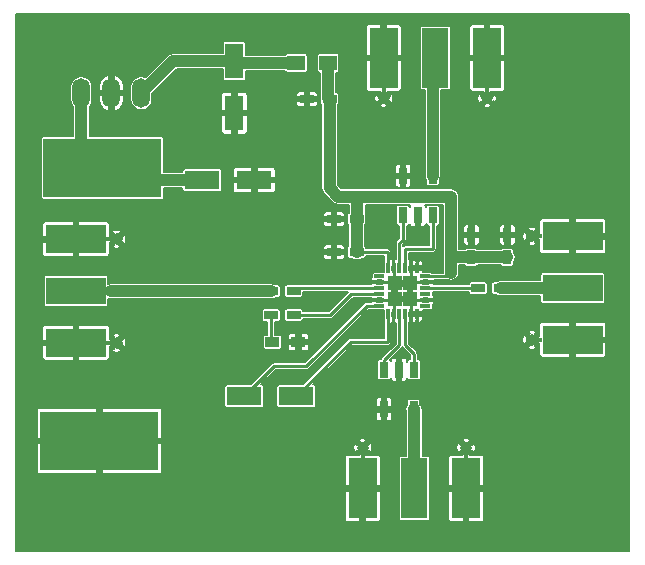
<source format=gtl>
G04 #@! TF.FileFunction,Copper,L1,Top,Signal*
%FSLAX46Y46*%
G04 Gerber Fmt 4.6, Leading zero omitted, Abs format (unit mm)*
G04 Created by KiCad (PCBNEW 4.0.2+dfsg1-stable) date Mo 13 Nov 2017 21:14:13 CET*
%MOMM*%
G01*
G04 APERTURE LIST*
%ADD10C,0.100000*%
%ADD11R,0.760000X1.400000*%
%ADD12R,1.200000X0.750000*%
%ADD13R,2.999740X1.600200*%
%ADD14R,0.750000X1.200000*%
%ADD15R,1.600200X2.999740*%
%ADD16R,0.850000X0.300000*%
%ADD17R,0.300000X0.850000*%
%ADD18R,1.300000X1.300000*%
%ADD19R,1.500000X1.300000*%
%ADD20R,5.080000X2.290000*%
%ADD21R,5.080000X2.420000*%
%ADD22C,0.970000*%
%ADD23R,0.890000X0.460000*%
%ADD24R,2.290000X5.080000*%
%ADD25R,2.420000X5.080000*%
%ADD26R,0.460000X0.890000*%
%ADD27R,1.200000X0.900000*%
%ADD28R,10.000000X5.000000*%
%ADD29O,1.501140X2.499360*%
%ADD30C,0.600000*%
%ADD31C,0.250000*%
%ADD32C,1.000000*%
%ADD33C,0.127000*%
G04 APERTURE END LIST*
D10*
D11*
X64808100Y-78676500D03*
X63538100Y-78676500D03*
X62268100Y-78676500D03*
X64808100Y-75336400D03*
X62293500Y-75336400D03*
D12*
X53020000Y-85090000D03*
X51120000Y-85090000D03*
X53020000Y-87122000D03*
X51120000Y-87122000D03*
X58354000Y-81788000D03*
X56454000Y-81788000D03*
D13*
X48854360Y-93980000D03*
X53253640Y-93980000D03*
D12*
X70546000Y-84836000D03*
X68646000Y-84836000D03*
D14*
X68072000Y-82230000D03*
X68072000Y-80330000D03*
D13*
X49697640Y-75692000D03*
X45298360Y-75692000D03*
D15*
X48006000Y-65618360D03*
X48006000Y-70017640D03*
D12*
X54168000Y-68834000D03*
X56068000Y-68834000D03*
D16*
X60280000Y-83840000D03*
X60280000Y-84340000D03*
X60280000Y-84840000D03*
X60280000Y-85340000D03*
X60280000Y-85840000D03*
X60280000Y-86340000D03*
D17*
X60980000Y-87040000D03*
X61480000Y-87040000D03*
X61980000Y-87040000D03*
X62480000Y-87040000D03*
X62980000Y-87040000D03*
X63480000Y-87040000D03*
D16*
X64180000Y-86340000D03*
X64180000Y-85840000D03*
X64180000Y-85340000D03*
X64180000Y-84840000D03*
X64180000Y-84340000D03*
X64180000Y-83840000D03*
D17*
X63480000Y-83140000D03*
X62980000Y-83140000D03*
X62480000Y-83140000D03*
X61980000Y-83140000D03*
X61480000Y-83140000D03*
X60980000Y-83140000D03*
D18*
X62880000Y-85740000D03*
X62880000Y-84440000D03*
X61580000Y-85740000D03*
X61580000Y-84440000D03*
D19*
X53260000Y-65786000D03*
X55960000Y-65786000D03*
D20*
X34602000Y-85090000D03*
D21*
X34602000Y-80710000D03*
X34602000Y-89470000D03*
D22*
X38042000Y-80710000D03*
X38042000Y-89470000D03*
D23*
X37592000Y-80710000D03*
X37592000Y-89470000D03*
D24*
X65024000Y-65336000D03*
D25*
X69404000Y-65336000D03*
X60644000Y-65336000D03*
D22*
X69404000Y-68776000D03*
X60644000Y-68776000D03*
D26*
X69404000Y-68326000D03*
X60644000Y-68326000D03*
D24*
X63246000Y-101796000D03*
D25*
X58866000Y-101796000D03*
X67626000Y-101796000D03*
D22*
X58866000Y-98356000D03*
X67626000Y-98356000D03*
D26*
X58866000Y-98806000D03*
X67626000Y-98806000D03*
D20*
X76650000Y-84836000D03*
D21*
X76650000Y-89216000D03*
X76650000Y-80456000D03*
D22*
X73210000Y-89216000D03*
X73210000Y-80456000D03*
D23*
X73660000Y-89216000D03*
X73660000Y-80456000D03*
D27*
X53424000Y-89408000D03*
X51224000Y-89408000D03*
D28*
X36830000Y-74676000D03*
X36576000Y-97790000D03*
D14*
X71120000Y-82230000D03*
X71120000Y-80330000D03*
D12*
X58354000Y-78994000D03*
X56454000Y-78994000D03*
D29*
X37592000Y-68326000D03*
X35052000Y-68326000D03*
X40132000Y-68326000D03*
D11*
X60667900Y-91757500D03*
X61937900Y-91757500D03*
X63207900Y-91757500D03*
X60667900Y-95097600D03*
X63182500Y-95097600D03*
D30*
X65024000Y-82296000D03*
X63540000Y-80510000D03*
D31*
X60280000Y-84840000D02*
X53270000Y-84840000D01*
X53270000Y-84840000D02*
X53020000Y-85090000D01*
D32*
X48768000Y-85090000D02*
X51120000Y-85090000D01*
X37570000Y-85090000D02*
X48768000Y-85090000D01*
D31*
X37570000Y-85090000D02*
X34602000Y-85090000D01*
X60280000Y-85340000D02*
X57916000Y-85340000D01*
X56134000Y-87122000D02*
X53020000Y-87122000D01*
X57916000Y-85340000D02*
X56134000Y-87122000D01*
X51120000Y-87122000D02*
X51120000Y-89304000D01*
X51120000Y-89304000D02*
X51224000Y-89408000D01*
D32*
X58420000Y-77090000D02*
X58420000Y-78928000D01*
X58420000Y-78928000D02*
X58354000Y-78994000D01*
X58354000Y-78994000D02*
X58354000Y-81788000D01*
X66330000Y-77090000D02*
X58420000Y-77090000D01*
X58420000Y-77090000D02*
X57024000Y-77090000D01*
X56068000Y-76390000D02*
X56068000Y-68834000D01*
X56768000Y-77090000D02*
X56068000Y-76390000D01*
X57024000Y-77090000D02*
X56768000Y-77090000D01*
X55960000Y-65786000D02*
X55960000Y-68726000D01*
X55960000Y-68726000D02*
X56068000Y-68834000D01*
D31*
X58354000Y-81788000D02*
X60960000Y-81788000D01*
X66360000Y-83530000D02*
X66050000Y-83840000D01*
X66050000Y-83840000D02*
X64180000Y-83840000D01*
D32*
X66360000Y-82200000D02*
X66360000Y-83530000D01*
D31*
X66360000Y-83530000D02*
X66270000Y-83620000D01*
D32*
X68072000Y-82230000D02*
X71120000Y-82230000D01*
X66330000Y-82200000D02*
X66360000Y-82200000D01*
X66360000Y-82200000D02*
X68042000Y-82200000D01*
X68042000Y-82200000D02*
X68072000Y-82230000D01*
X66330000Y-77090000D02*
X66330000Y-82200000D01*
X66330000Y-82200000D02*
X66360000Y-82230000D01*
X66360000Y-77090000D02*
X66330000Y-77090000D01*
D31*
X66360000Y-77090000D02*
X66360000Y-82230000D01*
X60980000Y-81808000D02*
X60980000Y-83140000D01*
X60960000Y-81788000D02*
X60980000Y-81808000D01*
X66360000Y-82230000D02*
X68072000Y-82230000D01*
X63480000Y-83140000D02*
X63480000Y-82570000D01*
X63754000Y-82296000D02*
X65024000Y-82296000D01*
X63480000Y-82570000D02*
X63754000Y-82296000D01*
X63538100Y-78676500D02*
X63538100Y-80508100D01*
X63538100Y-80508100D02*
X63540000Y-80510000D01*
X61480000Y-87040000D02*
X61480000Y-85840000D01*
X61480000Y-85840000D02*
X61580000Y-85740000D01*
X60280000Y-84340000D02*
X61480000Y-84340000D01*
X61480000Y-84340000D02*
X61580000Y-84440000D01*
X64180000Y-85840000D02*
X62980000Y-85840000D01*
X62980000Y-85840000D02*
X62880000Y-85740000D01*
X64180000Y-84340000D02*
X62980000Y-84340000D01*
X62980000Y-84340000D02*
X62880000Y-84440000D01*
X61480000Y-83140000D02*
X61480000Y-84340000D01*
X61480000Y-84340000D02*
X61580000Y-84440000D01*
X62980000Y-83140000D02*
X62980000Y-84340000D01*
X62980000Y-84340000D02*
X62880000Y-84440000D01*
X62980000Y-87040000D02*
X62980000Y-85840000D01*
X62980000Y-85840000D02*
X62880000Y-85740000D01*
X60280000Y-85840000D02*
X61480000Y-85840000D01*
X61480000Y-85840000D02*
X61580000Y-85740000D01*
X61980000Y-91715400D02*
X61937900Y-91757500D01*
X60280000Y-86340000D02*
X59202000Y-86340000D01*
X59202000Y-86340000D02*
X54102000Y-91440000D01*
X54102000Y-91440000D02*
X51394360Y-91440000D01*
X51394360Y-91440000D02*
X48854360Y-93980000D01*
X60980000Y-87040000D02*
X60980000Y-89388000D01*
X57845640Y-89388000D02*
X53253640Y-93980000D01*
X60980000Y-89388000D02*
X57845640Y-89388000D01*
D32*
X76650000Y-84836000D02*
X70546000Y-84836000D01*
D31*
X64180000Y-84840000D02*
X68642000Y-84840000D01*
X68642000Y-84840000D02*
X68646000Y-84836000D01*
D32*
X45298360Y-75692000D02*
X37846000Y-75692000D01*
X37846000Y-75692000D02*
X36830000Y-74676000D01*
X36830000Y-74676000D02*
X35052000Y-72898000D01*
X35052000Y-72898000D02*
X35052000Y-68326000D01*
D31*
X35052000Y-68326000D02*
X35052000Y-72898000D01*
X37846000Y-75692000D02*
X36830000Y-74676000D01*
D32*
X48006000Y-65618360D02*
X48173640Y-65786000D01*
X48173640Y-65786000D02*
X53260000Y-65786000D01*
X40132000Y-68326000D02*
X42839640Y-65618360D01*
X42839640Y-65618360D02*
X48006000Y-65618360D01*
D31*
X53260000Y-65786000D02*
X48173640Y-65786000D01*
X47919640Y-65532000D02*
X48006000Y-65618360D01*
X61980000Y-87040000D02*
X61980000Y-89658000D01*
X60706000Y-90932000D02*
X60706000Y-91719400D01*
X61468000Y-90170000D02*
X60706000Y-90932000D01*
X61980000Y-89658000D02*
X61468000Y-90170000D01*
X60706000Y-91719400D02*
X60667900Y-91757500D01*
X62482000Y-88902000D02*
X62482000Y-89660000D01*
X63207900Y-90385900D02*
X63207900Y-91757500D01*
X62482000Y-89660000D02*
X63207900Y-90385900D01*
X62480000Y-88900000D02*
X62482000Y-88902000D01*
X62480000Y-87040000D02*
X62480000Y-88900000D01*
X64808100Y-80200000D02*
X64808100Y-81521900D01*
X63440000Y-81540000D02*
X63440000Y-81534000D01*
X64790000Y-81540000D02*
X63440000Y-81540000D01*
X64808100Y-81521900D02*
X64790000Y-81540000D01*
X62480000Y-83140000D02*
X62480000Y-81538000D01*
X62484000Y-81534000D02*
X63440000Y-81534000D01*
X62480000Y-81538000D02*
X62484000Y-81534000D01*
X64808100Y-80200000D02*
X64808100Y-78676500D01*
X61980000Y-83140000D02*
X61980000Y-81022000D01*
X62268100Y-80733900D02*
X62268100Y-78676500D01*
X61980000Y-81022000D02*
X62268100Y-80733900D01*
D32*
X64808100Y-73406000D02*
X64808100Y-75336400D01*
X64808100Y-69350000D02*
X64808100Y-65551900D01*
X64808100Y-65551900D02*
X65024000Y-65336000D01*
X64808100Y-69350000D02*
X64808100Y-73406000D01*
D31*
X64808100Y-65551900D02*
X65024000Y-65336000D01*
D32*
X63246000Y-101796000D02*
X63246000Y-95161100D01*
X63246000Y-95161100D02*
X63182500Y-95097600D01*
D33*
G36*
X81420900Y-107074900D02*
X29526300Y-107074900D01*
X29526300Y-102063875D01*
X57338500Y-102063875D01*
X57338500Y-104399155D01*
X57386837Y-104515850D01*
X57476151Y-104605164D01*
X57592846Y-104653500D01*
X58598125Y-104653500D01*
X58677500Y-104574125D01*
X58677500Y-101984500D01*
X59054500Y-101984500D01*
X59054500Y-104574125D01*
X59133875Y-104653500D01*
X60139154Y-104653500D01*
X60255849Y-104605164D01*
X60345163Y-104515850D01*
X60393500Y-104399155D01*
X60393500Y-102063875D01*
X60314125Y-101984500D01*
X59054500Y-101984500D01*
X58677500Y-101984500D01*
X57417875Y-101984500D01*
X57338500Y-102063875D01*
X29526300Y-102063875D01*
X29526300Y-98057875D01*
X31258500Y-98057875D01*
X31258500Y-100353155D01*
X31306837Y-100469850D01*
X31396151Y-100559164D01*
X31512846Y-100607500D01*
X36308125Y-100607500D01*
X36387500Y-100528125D01*
X36387500Y-97978500D01*
X36764500Y-97978500D01*
X36764500Y-100528125D01*
X36843875Y-100607500D01*
X41639154Y-100607500D01*
X41755849Y-100559164D01*
X41845163Y-100469850D01*
X41893500Y-100353155D01*
X41893500Y-99192845D01*
X57338500Y-99192845D01*
X57338500Y-101528125D01*
X57417875Y-101607500D01*
X58677500Y-101607500D01*
X58677500Y-101587500D01*
X59054500Y-101587500D01*
X59054500Y-101607500D01*
X60314125Y-101607500D01*
X60393500Y-101528125D01*
X60393500Y-99256000D01*
X61906768Y-99256000D01*
X61906768Y-104336000D01*
X61920051Y-104406595D01*
X61961773Y-104471432D01*
X62025433Y-104514929D01*
X62101000Y-104530232D01*
X64391000Y-104530232D01*
X64461595Y-104516949D01*
X64526432Y-104475227D01*
X64569929Y-104411567D01*
X64585232Y-104336000D01*
X64585232Y-102063875D01*
X66098500Y-102063875D01*
X66098500Y-104399155D01*
X66146837Y-104515850D01*
X66236151Y-104605164D01*
X66352846Y-104653500D01*
X67358125Y-104653500D01*
X67437500Y-104574125D01*
X67437500Y-101984500D01*
X67814500Y-101984500D01*
X67814500Y-104574125D01*
X67893875Y-104653500D01*
X68899154Y-104653500D01*
X69015849Y-104605164D01*
X69105163Y-104515850D01*
X69153500Y-104399155D01*
X69153500Y-102063875D01*
X69074125Y-101984500D01*
X67814500Y-101984500D01*
X67437500Y-101984500D01*
X66177875Y-101984500D01*
X66098500Y-102063875D01*
X64585232Y-102063875D01*
X64585232Y-99256000D01*
X64573349Y-99192845D01*
X66098500Y-99192845D01*
X66098500Y-101528125D01*
X66177875Y-101607500D01*
X67437500Y-101607500D01*
X67437500Y-101587500D01*
X67814500Y-101587500D01*
X67814500Y-101607500D01*
X69074125Y-101607500D01*
X69153500Y-101528125D01*
X69153500Y-99192845D01*
X69105163Y-99076150D01*
X69015849Y-98986836D01*
X68899154Y-98938500D01*
X67941920Y-98938500D01*
X67626000Y-98622579D01*
X67310080Y-98938500D01*
X66352846Y-98938500D01*
X66236151Y-98986836D01*
X66146837Y-99076150D01*
X66098500Y-99192845D01*
X64573349Y-99192845D01*
X64571949Y-99185405D01*
X64530227Y-99120568D01*
X64466567Y-99077071D01*
X64391000Y-99061768D01*
X63936500Y-99061768D01*
X63936500Y-98353419D01*
X66807783Y-98353419D01*
X66869078Y-98666734D01*
X66871053Y-98671503D01*
X66987555Y-98727865D01*
X67127898Y-98587523D01*
X67157875Y-98617500D01*
X67511000Y-98617500D01*
X67511000Y-98597500D01*
X67741000Y-98597500D01*
X67741000Y-98617500D01*
X68094125Y-98617500D01*
X68124102Y-98587523D01*
X68264445Y-98727865D01*
X68380947Y-98671503D01*
X68444217Y-98358581D01*
X68382922Y-98045266D01*
X68380947Y-98040497D01*
X68264445Y-97984135D01*
X68096296Y-98152283D01*
X68035849Y-98091836D01*
X67919154Y-98043500D01*
X67820375Y-98043500D01*
X67814502Y-98049373D01*
X67814502Y-98043500D01*
X67671921Y-98043500D01*
X67997865Y-97717555D01*
X67941503Y-97601053D01*
X67628581Y-97537783D01*
X67315266Y-97599078D01*
X67310497Y-97601053D01*
X67254135Y-97717555D01*
X67580079Y-98043500D01*
X67437498Y-98043500D01*
X67437498Y-98049373D01*
X67431625Y-98043500D01*
X67332846Y-98043500D01*
X67216151Y-98091836D01*
X67155704Y-98152283D01*
X66987555Y-97984135D01*
X66871053Y-98040497D01*
X66807783Y-98353419D01*
X63936500Y-98353419D01*
X63936500Y-95161100D01*
X63883939Y-94896857D01*
X63856417Y-94855667D01*
X63756732Y-94706478D01*
X63756732Y-94397600D01*
X63743449Y-94327005D01*
X63701727Y-94262168D01*
X63638067Y-94218671D01*
X63562500Y-94203368D01*
X62802500Y-94203368D01*
X62731905Y-94216651D01*
X62667068Y-94258373D01*
X62623571Y-94322033D01*
X62608268Y-94397600D01*
X62608268Y-94738013D01*
X62544561Y-94833357D01*
X62492000Y-95097600D01*
X62544561Y-95361843D01*
X62555500Y-95378214D01*
X62555500Y-99061768D01*
X62101000Y-99061768D01*
X62030405Y-99075051D01*
X61965568Y-99116773D01*
X61922071Y-99180433D01*
X61906768Y-99256000D01*
X60393500Y-99256000D01*
X60393500Y-99192845D01*
X60345163Y-99076150D01*
X60255849Y-98986836D01*
X60139154Y-98938500D01*
X59181920Y-98938500D01*
X58866000Y-98622579D01*
X58550080Y-98938500D01*
X57592846Y-98938500D01*
X57476151Y-98986836D01*
X57386837Y-99076150D01*
X57338500Y-99192845D01*
X41893500Y-99192845D01*
X41893500Y-98353419D01*
X58047783Y-98353419D01*
X58109078Y-98666734D01*
X58111053Y-98671503D01*
X58227555Y-98727865D01*
X58367898Y-98587523D01*
X58397875Y-98617500D01*
X58751000Y-98617500D01*
X58751000Y-98597500D01*
X58981000Y-98597500D01*
X58981000Y-98617500D01*
X59334125Y-98617500D01*
X59364102Y-98587523D01*
X59504445Y-98727865D01*
X59620947Y-98671503D01*
X59684217Y-98358581D01*
X59622922Y-98045266D01*
X59620947Y-98040497D01*
X59504445Y-97984135D01*
X59336296Y-98152283D01*
X59275849Y-98091836D01*
X59159154Y-98043500D01*
X59060375Y-98043500D01*
X59054502Y-98049373D01*
X59054502Y-98043500D01*
X58911921Y-98043500D01*
X59237865Y-97717555D01*
X59181503Y-97601053D01*
X58868581Y-97537783D01*
X58555266Y-97599078D01*
X58550497Y-97601053D01*
X58494135Y-97717555D01*
X58820079Y-98043500D01*
X58677498Y-98043500D01*
X58677498Y-98049373D01*
X58671625Y-98043500D01*
X58572846Y-98043500D01*
X58456151Y-98091836D01*
X58395704Y-98152283D01*
X58227555Y-97984135D01*
X58111053Y-98040497D01*
X58047783Y-98353419D01*
X41893500Y-98353419D01*
X41893500Y-98057875D01*
X41814125Y-97978500D01*
X36764500Y-97978500D01*
X36387500Y-97978500D01*
X31337875Y-97978500D01*
X31258500Y-98057875D01*
X29526300Y-98057875D01*
X29526300Y-95226845D01*
X31258500Y-95226845D01*
X31258500Y-97522125D01*
X31337875Y-97601500D01*
X36387500Y-97601500D01*
X36387500Y-95051875D01*
X36764500Y-95051875D01*
X36764500Y-97601500D01*
X41814125Y-97601500D01*
X41893500Y-97522125D01*
X41893500Y-95365475D01*
X59970400Y-95365475D01*
X59970400Y-95860754D01*
X60018736Y-95977449D01*
X60108050Y-96066763D01*
X60224745Y-96115100D01*
X60400025Y-96115100D01*
X60479400Y-96035725D01*
X60479400Y-95286100D01*
X60856400Y-95286100D01*
X60856400Y-96035725D01*
X60935775Y-96115100D01*
X61111055Y-96115100D01*
X61227750Y-96066763D01*
X61317064Y-95977449D01*
X61365400Y-95860754D01*
X61365400Y-95365475D01*
X61286025Y-95286100D01*
X60856400Y-95286100D01*
X60479400Y-95286100D01*
X60049775Y-95286100D01*
X59970400Y-95365475D01*
X41893500Y-95365475D01*
X41893500Y-95226845D01*
X41845163Y-95110150D01*
X41755849Y-95020836D01*
X41639154Y-94972500D01*
X36843875Y-94972500D01*
X36764500Y-95051875D01*
X36387500Y-95051875D01*
X36308125Y-94972500D01*
X31512846Y-94972500D01*
X31396151Y-95020836D01*
X31306837Y-95110150D01*
X31258500Y-95226845D01*
X29526300Y-95226845D01*
X29526300Y-93179900D01*
X47160258Y-93179900D01*
X47160258Y-94780100D01*
X47173541Y-94850695D01*
X47215263Y-94915532D01*
X47278923Y-94959029D01*
X47354490Y-94974332D01*
X50354230Y-94974332D01*
X50424825Y-94961049D01*
X50489662Y-94919327D01*
X50533159Y-94855667D01*
X50548462Y-94780100D01*
X50548462Y-93179900D01*
X50535179Y-93109305D01*
X50493457Y-93044468D01*
X50429797Y-93000971D01*
X50354230Y-92985668D01*
X50294876Y-92985668D01*
X51525045Y-91755500D01*
X54102000Y-91755500D01*
X54222737Y-91731484D01*
X54325092Y-91663092D01*
X59332684Y-86655500D01*
X59759779Y-86655500D01*
X59779433Y-86668929D01*
X59855000Y-86684232D01*
X60635768Y-86684232D01*
X60635768Y-87465000D01*
X60649051Y-87535595D01*
X60664500Y-87559603D01*
X60664500Y-89072500D01*
X57845640Y-89072500D01*
X57724903Y-89096516D01*
X57659638Y-89140125D01*
X57622548Y-89164908D01*
X53801788Y-92985668D01*
X51753770Y-92985668D01*
X51683175Y-92998951D01*
X51618338Y-93040673D01*
X51574841Y-93104333D01*
X51559538Y-93179900D01*
X51559538Y-94780100D01*
X51572821Y-94850695D01*
X51614543Y-94915532D01*
X51678203Y-94959029D01*
X51753770Y-94974332D01*
X54753510Y-94974332D01*
X54824105Y-94961049D01*
X54888942Y-94919327D01*
X54932439Y-94855667D01*
X54947742Y-94780100D01*
X54947742Y-94334446D01*
X59970400Y-94334446D01*
X59970400Y-94829725D01*
X60049775Y-94909100D01*
X60479400Y-94909100D01*
X60479400Y-94159475D01*
X60856400Y-94159475D01*
X60856400Y-94909100D01*
X61286025Y-94909100D01*
X61365400Y-94829725D01*
X61365400Y-94334446D01*
X61317064Y-94217751D01*
X61227750Y-94128437D01*
X61111055Y-94080100D01*
X60935775Y-94080100D01*
X60856400Y-94159475D01*
X60479400Y-94159475D01*
X60400025Y-94080100D01*
X60224745Y-94080100D01*
X60108050Y-94128437D01*
X60018736Y-94217751D01*
X59970400Y-94334446D01*
X54947742Y-94334446D01*
X54947742Y-93179900D01*
X54934459Y-93109305D01*
X54892737Y-93044468D01*
X54829077Y-93000971D01*
X54753510Y-92985668D01*
X54694156Y-92985668D01*
X57976324Y-89703500D01*
X60980000Y-89703500D01*
X61100737Y-89679484D01*
X61203092Y-89611092D01*
X61271484Y-89508737D01*
X61295500Y-89388000D01*
X61295500Y-87782500D01*
X61325625Y-87782500D01*
X61405000Y-87703125D01*
X61405000Y-87228500D01*
X61330000Y-87228500D01*
X61330000Y-86851500D01*
X61405000Y-86851500D01*
X61405000Y-86707500D01*
X61555000Y-86707500D01*
X61555000Y-86851500D01*
X61630000Y-86851500D01*
X61630000Y-87228500D01*
X61555000Y-87228500D01*
X61555000Y-87703125D01*
X61634375Y-87782500D01*
X61664500Y-87782500D01*
X61664500Y-89527316D01*
X60482908Y-90708908D01*
X60414516Y-90811263D01*
X60404172Y-90863268D01*
X60287900Y-90863268D01*
X60217305Y-90876551D01*
X60152468Y-90918273D01*
X60108971Y-90981933D01*
X60093668Y-91057500D01*
X60093668Y-92457500D01*
X60106951Y-92528095D01*
X60148673Y-92592932D01*
X60212333Y-92636429D01*
X60287900Y-92651732D01*
X61047900Y-92651732D01*
X61118495Y-92638449D01*
X61183332Y-92596727D01*
X61226829Y-92533067D01*
X61240400Y-92466053D01*
X61240400Y-92520654D01*
X61288736Y-92637349D01*
X61378050Y-92726663D01*
X61494745Y-92775000D01*
X61670025Y-92775000D01*
X61749400Y-92695625D01*
X61749400Y-91946000D01*
X61729400Y-91946000D01*
X61729400Y-91569000D01*
X61749400Y-91569000D01*
X61749400Y-90819375D01*
X61670025Y-90740000D01*
X61494745Y-90740000D01*
X61378050Y-90788337D01*
X61288736Y-90877651D01*
X61240400Y-90994346D01*
X61240400Y-91048295D01*
X61228849Y-90986905D01*
X61187127Y-90922068D01*
X61172268Y-90911916D01*
X62203092Y-89881092D01*
X62230332Y-89840325D01*
X62258908Y-89883092D01*
X62892400Y-90516584D01*
X62892400Y-90863268D01*
X62827900Y-90863268D01*
X62757305Y-90876551D01*
X62692468Y-90918273D01*
X62648971Y-90981933D01*
X62635400Y-91048947D01*
X62635400Y-90994346D01*
X62587064Y-90877651D01*
X62497750Y-90788337D01*
X62381055Y-90740000D01*
X62205775Y-90740000D01*
X62126400Y-90819375D01*
X62126400Y-91569000D01*
X62146400Y-91569000D01*
X62146400Y-91946000D01*
X62126400Y-91946000D01*
X62126400Y-92695625D01*
X62205775Y-92775000D01*
X62381055Y-92775000D01*
X62497750Y-92726663D01*
X62587064Y-92637349D01*
X62635400Y-92520654D01*
X62635400Y-92466705D01*
X62646951Y-92528095D01*
X62688673Y-92592932D01*
X62752333Y-92636429D01*
X62827900Y-92651732D01*
X63587900Y-92651732D01*
X63658495Y-92638449D01*
X63723332Y-92596727D01*
X63766829Y-92533067D01*
X63782132Y-92457500D01*
X63782132Y-91057500D01*
X63768849Y-90986905D01*
X63727127Y-90922068D01*
X63663467Y-90878571D01*
X63587900Y-90863268D01*
X63523400Y-90863268D01*
X63523400Y-90385900D01*
X63503970Y-90288217D01*
X63499385Y-90265164D01*
X63430992Y-90162808D01*
X62797500Y-89529316D01*
X62797500Y-89213419D01*
X72391783Y-89213419D01*
X72453078Y-89526734D01*
X72455053Y-89531503D01*
X72571555Y-89587865D01*
X72897500Y-89261921D01*
X72897500Y-89404502D01*
X72903373Y-89404502D01*
X72897500Y-89410375D01*
X72897500Y-89509154D01*
X72945836Y-89625849D01*
X73006283Y-89686296D01*
X72838135Y-89854445D01*
X72894497Y-89970947D01*
X73207419Y-90034217D01*
X73520734Y-89972922D01*
X73525503Y-89970947D01*
X73581865Y-89854445D01*
X73441523Y-89714102D01*
X73471500Y-89684125D01*
X73471500Y-89331000D01*
X73451500Y-89331000D01*
X73451500Y-89216000D01*
X73476579Y-89216000D01*
X73792500Y-89531920D01*
X73792500Y-90489154D01*
X73840836Y-90605849D01*
X73930150Y-90695163D01*
X74046845Y-90743500D01*
X76382125Y-90743500D01*
X76461500Y-90664125D01*
X76461500Y-89404500D01*
X76838500Y-89404500D01*
X76838500Y-90664125D01*
X76917875Y-90743500D01*
X79253155Y-90743500D01*
X79369850Y-90695163D01*
X79459164Y-90605849D01*
X79507500Y-90489154D01*
X79507500Y-89483875D01*
X79428125Y-89404500D01*
X76838500Y-89404500D01*
X76461500Y-89404500D01*
X76441500Y-89404500D01*
X76441500Y-89027500D01*
X76461500Y-89027500D01*
X76461500Y-87767875D01*
X76838500Y-87767875D01*
X76838500Y-89027500D01*
X79428125Y-89027500D01*
X79507500Y-88948125D01*
X79507500Y-87942846D01*
X79459164Y-87826151D01*
X79369850Y-87736837D01*
X79253155Y-87688500D01*
X76917875Y-87688500D01*
X76838500Y-87767875D01*
X76461500Y-87767875D01*
X76382125Y-87688500D01*
X74046845Y-87688500D01*
X73930150Y-87736837D01*
X73840836Y-87826151D01*
X73792500Y-87942846D01*
X73792500Y-88900080D01*
X73476579Y-89216000D01*
X73451500Y-89216000D01*
X73451500Y-89101000D01*
X73471500Y-89101000D01*
X73471500Y-88747875D01*
X73441523Y-88717898D01*
X73581865Y-88577555D01*
X73525503Y-88461053D01*
X73212581Y-88397783D01*
X72899266Y-88459078D01*
X72894497Y-88461053D01*
X72838135Y-88577555D01*
X73006283Y-88745704D01*
X72945836Y-88806151D01*
X72897500Y-88922846D01*
X72897500Y-89021625D01*
X72903373Y-89027498D01*
X72897500Y-89027498D01*
X72897500Y-89170079D01*
X72571555Y-88844135D01*
X72455053Y-88900497D01*
X72391783Y-89213419D01*
X62797500Y-89213419D01*
X62797500Y-88902000D01*
X62795500Y-88891945D01*
X62795500Y-87782500D01*
X62825625Y-87782500D01*
X62905000Y-87703125D01*
X62905000Y-87307875D01*
X63012500Y-87307875D01*
X63012500Y-87528155D01*
X63055000Y-87630758D01*
X63055000Y-87703125D01*
X63134375Y-87782500D01*
X63193154Y-87782500D01*
X63230000Y-87767238D01*
X63266846Y-87782500D01*
X63325625Y-87782500D01*
X63405000Y-87703125D01*
X63405000Y-87630758D01*
X63447500Y-87528155D01*
X63447500Y-87307875D01*
X63405000Y-87265375D01*
X63405000Y-87228500D01*
X63555000Y-87228500D01*
X63555000Y-87703125D01*
X63634375Y-87782500D01*
X63693154Y-87782500D01*
X63809849Y-87734164D01*
X63899163Y-87644850D01*
X63947500Y-87528155D01*
X63947500Y-87307875D01*
X63868125Y-87228500D01*
X63555000Y-87228500D01*
X63405000Y-87228500D01*
X63055000Y-87228500D01*
X63055000Y-87265375D01*
X63012500Y-87307875D01*
X62905000Y-87307875D01*
X62905000Y-87228500D01*
X62830000Y-87228500D01*
X62830000Y-86851500D01*
X62905000Y-86851500D01*
X62905000Y-86707500D01*
X63012500Y-86707500D01*
X63012500Y-86772125D01*
X63055000Y-86814625D01*
X63055000Y-86851500D01*
X63405000Y-86851500D01*
X63405000Y-86831500D01*
X63555000Y-86831500D01*
X63555000Y-86851500D01*
X63868125Y-86851500D01*
X63947500Y-86772125D01*
X63947500Y-86684232D01*
X64605000Y-86684232D01*
X64675595Y-86670949D01*
X64740432Y-86629227D01*
X64783929Y-86565567D01*
X64799232Y-86490000D01*
X64799232Y-86244781D01*
X64874164Y-86169849D01*
X64922500Y-86053154D01*
X64922500Y-85994375D01*
X64843125Y-85915000D01*
X64368500Y-85915000D01*
X64368500Y-85990000D01*
X63991500Y-85990000D01*
X63991500Y-85915000D01*
X63847500Y-85915000D01*
X63847500Y-85765000D01*
X63991500Y-85765000D01*
X63991500Y-85690000D01*
X64368500Y-85690000D01*
X64368500Y-85765000D01*
X64843125Y-85765000D01*
X64922500Y-85685625D01*
X64922500Y-85626846D01*
X64874164Y-85510151D01*
X64799232Y-85435219D01*
X64799232Y-85190000D01*
X64792741Y-85155500D01*
X67851768Y-85155500D01*
X67851768Y-85211000D01*
X67865051Y-85281595D01*
X67906773Y-85346432D01*
X67970433Y-85389929D01*
X68046000Y-85405232D01*
X69246000Y-85405232D01*
X69316595Y-85391949D01*
X69381432Y-85350227D01*
X69424929Y-85286567D01*
X69440232Y-85211000D01*
X69440232Y-84461000D01*
X69751768Y-84461000D01*
X69751768Y-85211000D01*
X69765051Y-85281595D01*
X69806773Y-85346432D01*
X69870433Y-85389929D01*
X69946000Y-85405232D01*
X70178930Y-85405232D01*
X70281757Y-85473939D01*
X70546000Y-85526500D01*
X73915768Y-85526500D01*
X73915768Y-85981000D01*
X73929051Y-86051595D01*
X73970773Y-86116432D01*
X74034433Y-86159929D01*
X74110000Y-86175232D01*
X79190000Y-86175232D01*
X79260595Y-86161949D01*
X79325432Y-86120227D01*
X79368929Y-86056567D01*
X79384232Y-85981000D01*
X79384232Y-83691000D01*
X79370949Y-83620405D01*
X79329227Y-83555568D01*
X79265567Y-83512071D01*
X79190000Y-83496768D01*
X74110000Y-83496768D01*
X74039405Y-83510051D01*
X73974568Y-83551773D01*
X73931071Y-83615433D01*
X73915768Y-83691000D01*
X73915768Y-84145500D01*
X70546000Y-84145500D01*
X70281757Y-84198061D01*
X70178930Y-84266768D01*
X69946000Y-84266768D01*
X69875405Y-84280051D01*
X69810568Y-84321773D01*
X69767071Y-84385433D01*
X69751768Y-84461000D01*
X69440232Y-84461000D01*
X69426949Y-84390405D01*
X69385227Y-84325568D01*
X69321567Y-84282071D01*
X69246000Y-84266768D01*
X68046000Y-84266768D01*
X67975405Y-84280051D01*
X67910568Y-84321773D01*
X67867071Y-84385433D01*
X67851768Y-84461000D01*
X67851768Y-84524500D01*
X64922500Y-84524500D01*
X64922500Y-84494375D01*
X64843125Y-84415000D01*
X64368500Y-84415000D01*
X64368500Y-84490000D01*
X63991500Y-84490000D01*
X63991500Y-84415000D01*
X63847500Y-84415000D01*
X63847500Y-84265000D01*
X63991500Y-84265000D01*
X63991500Y-84190000D01*
X64368500Y-84190000D01*
X64368500Y-84265000D01*
X64843125Y-84265000D01*
X64922500Y-84185625D01*
X64922500Y-84155500D01*
X66050000Y-84155500D01*
X66070915Y-84151340D01*
X66095757Y-84167939D01*
X66360000Y-84220500D01*
X66624243Y-84167939D01*
X66848257Y-84018257D01*
X66997939Y-83794243D01*
X67050500Y-83530000D01*
X67050500Y-82890500D01*
X67514152Y-82890500D01*
X67516051Y-82900595D01*
X67557773Y-82965432D01*
X67621433Y-83008929D01*
X67697000Y-83024232D01*
X68447000Y-83024232D01*
X68517595Y-83010949D01*
X68582432Y-82969227D01*
X68615726Y-82920500D01*
X70576860Y-82920500D01*
X70605773Y-82965432D01*
X70669433Y-83008929D01*
X70745000Y-83024232D01*
X71495000Y-83024232D01*
X71565595Y-83010949D01*
X71630432Y-82969227D01*
X71673929Y-82905567D01*
X71689232Y-82830000D01*
X71689232Y-82597070D01*
X71757939Y-82494243D01*
X71810500Y-82230000D01*
X71757939Y-81965757D01*
X71689232Y-81862930D01*
X71689232Y-81630000D01*
X71675949Y-81559405D01*
X71634227Y-81494568D01*
X71570567Y-81451071D01*
X71495000Y-81435768D01*
X70745000Y-81435768D01*
X70674405Y-81449051D01*
X70609568Y-81490773D01*
X70576274Y-81539500D01*
X68615140Y-81539500D01*
X68586227Y-81494568D01*
X68522567Y-81451071D01*
X68447000Y-81435768D01*
X67697000Y-81435768D01*
X67626405Y-81449051D01*
X67561568Y-81490773D01*
X67548772Y-81509500D01*
X67020500Y-81509500D01*
X67020500Y-80597875D01*
X67379500Y-80597875D01*
X67379500Y-80993155D01*
X67427837Y-81109850D01*
X67517151Y-81199164D01*
X67633846Y-81247500D01*
X67805125Y-81247500D01*
X67884500Y-81168125D01*
X67884500Y-80518500D01*
X68259500Y-80518500D01*
X68259500Y-81168125D01*
X68338875Y-81247500D01*
X68510154Y-81247500D01*
X68626849Y-81199164D01*
X68716163Y-81109850D01*
X68764500Y-80993155D01*
X68764500Y-80597875D01*
X70427500Y-80597875D01*
X70427500Y-80993155D01*
X70475837Y-81109850D01*
X70565151Y-81199164D01*
X70681846Y-81247500D01*
X70853125Y-81247500D01*
X70932500Y-81168125D01*
X70932500Y-80518500D01*
X71307500Y-80518500D01*
X71307500Y-81168125D01*
X71386875Y-81247500D01*
X71558154Y-81247500D01*
X71674849Y-81199164D01*
X71764163Y-81109850D01*
X71812500Y-80993155D01*
X71812500Y-80597875D01*
X71733125Y-80518500D01*
X71307500Y-80518500D01*
X70932500Y-80518500D01*
X70506875Y-80518500D01*
X70427500Y-80597875D01*
X68764500Y-80597875D01*
X68685125Y-80518500D01*
X68259500Y-80518500D01*
X67884500Y-80518500D01*
X67458875Y-80518500D01*
X67379500Y-80597875D01*
X67020500Y-80597875D01*
X67020500Y-80453419D01*
X72391783Y-80453419D01*
X72453078Y-80766734D01*
X72455053Y-80771503D01*
X72571555Y-80827865D01*
X72897500Y-80501921D01*
X72897500Y-80644502D01*
X72903373Y-80644502D01*
X72897500Y-80650375D01*
X72897500Y-80749154D01*
X72945836Y-80865849D01*
X73006283Y-80926296D01*
X72838135Y-81094445D01*
X72894497Y-81210947D01*
X73207419Y-81274217D01*
X73520734Y-81212922D01*
X73525503Y-81210947D01*
X73581865Y-81094445D01*
X73441523Y-80954102D01*
X73471500Y-80924125D01*
X73471500Y-80571000D01*
X73451500Y-80571000D01*
X73451500Y-80456000D01*
X73476579Y-80456000D01*
X73792500Y-80771920D01*
X73792500Y-81729154D01*
X73840836Y-81845849D01*
X73930150Y-81935163D01*
X74046845Y-81983500D01*
X76382125Y-81983500D01*
X76461500Y-81904125D01*
X76461500Y-80644500D01*
X76838500Y-80644500D01*
X76838500Y-81904125D01*
X76917875Y-81983500D01*
X79253155Y-81983500D01*
X79369850Y-81935163D01*
X79459164Y-81845849D01*
X79507500Y-81729154D01*
X79507500Y-80723875D01*
X79428125Y-80644500D01*
X76838500Y-80644500D01*
X76461500Y-80644500D01*
X76441500Y-80644500D01*
X76441500Y-80267500D01*
X76461500Y-80267500D01*
X76461500Y-79007875D01*
X76838500Y-79007875D01*
X76838500Y-80267500D01*
X79428125Y-80267500D01*
X79507500Y-80188125D01*
X79507500Y-79182846D01*
X79459164Y-79066151D01*
X79369850Y-78976837D01*
X79253155Y-78928500D01*
X76917875Y-78928500D01*
X76838500Y-79007875D01*
X76461500Y-79007875D01*
X76382125Y-78928500D01*
X74046845Y-78928500D01*
X73930150Y-78976837D01*
X73840836Y-79066151D01*
X73792500Y-79182846D01*
X73792500Y-80140080D01*
X73476579Y-80456000D01*
X73451500Y-80456000D01*
X73451500Y-80341000D01*
X73471500Y-80341000D01*
X73471500Y-79987875D01*
X73441523Y-79957898D01*
X73581865Y-79817555D01*
X73525503Y-79701053D01*
X73212581Y-79637783D01*
X72899266Y-79699078D01*
X72894497Y-79701053D01*
X72838135Y-79817555D01*
X73006283Y-79985704D01*
X72945836Y-80046151D01*
X72897500Y-80162846D01*
X72897500Y-80261625D01*
X72903373Y-80267498D01*
X72897500Y-80267498D01*
X72897500Y-80410079D01*
X72571555Y-80084135D01*
X72455053Y-80140497D01*
X72391783Y-80453419D01*
X67020500Y-80453419D01*
X67020500Y-79666845D01*
X67379500Y-79666845D01*
X67379500Y-80062125D01*
X67458875Y-80141500D01*
X67884500Y-80141500D01*
X67884500Y-79491875D01*
X68259500Y-79491875D01*
X68259500Y-80141500D01*
X68685125Y-80141500D01*
X68764500Y-80062125D01*
X68764500Y-79666845D01*
X70427500Y-79666845D01*
X70427500Y-80062125D01*
X70506875Y-80141500D01*
X70932500Y-80141500D01*
X70932500Y-79491875D01*
X71307500Y-79491875D01*
X71307500Y-80141500D01*
X71733125Y-80141500D01*
X71812500Y-80062125D01*
X71812500Y-79666845D01*
X71764163Y-79550150D01*
X71674849Y-79460836D01*
X71558154Y-79412500D01*
X71386875Y-79412500D01*
X71307500Y-79491875D01*
X70932500Y-79491875D01*
X70853125Y-79412500D01*
X70681846Y-79412500D01*
X70565151Y-79460836D01*
X70475837Y-79550150D01*
X70427500Y-79666845D01*
X68764500Y-79666845D01*
X68716163Y-79550150D01*
X68626849Y-79460836D01*
X68510154Y-79412500D01*
X68338875Y-79412500D01*
X68259500Y-79491875D01*
X67884500Y-79491875D01*
X67805125Y-79412500D01*
X67633846Y-79412500D01*
X67517151Y-79460836D01*
X67427837Y-79550150D01*
X67379500Y-79666845D01*
X67020500Y-79666845D01*
X67020500Y-77240821D01*
X67050500Y-77090000D01*
X66997939Y-76825757D01*
X66848257Y-76601743D01*
X66624243Y-76452061D01*
X66360000Y-76399500D01*
X57054015Y-76399500D01*
X56758500Y-76103986D01*
X56758500Y-75604275D01*
X61596000Y-75604275D01*
X61596000Y-76099554D01*
X61644336Y-76216249D01*
X61733650Y-76305563D01*
X61850345Y-76353900D01*
X62025625Y-76353900D01*
X62105000Y-76274525D01*
X62105000Y-75524900D01*
X62482000Y-75524900D01*
X62482000Y-76274525D01*
X62561375Y-76353900D01*
X62736655Y-76353900D01*
X62853350Y-76305563D01*
X62942664Y-76216249D01*
X62991000Y-76099554D01*
X62991000Y-75604275D01*
X62911625Y-75524900D01*
X62482000Y-75524900D01*
X62105000Y-75524900D01*
X61675375Y-75524900D01*
X61596000Y-75604275D01*
X56758500Y-75604275D01*
X56758500Y-74573246D01*
X61596000Y-74573246D01*
X61596000Y-75068525D01*
X61675375Y-75147900D01*
X62105000Y-75147900D01*
X62105000Y-74398275D01*
X62482000Y-74398275D01*
X62482000Y-75147900D01*
X62911625Y-75147900D01*
X62991000Y-75068525D01*
X62991000Y-74573246D01*
X62942664Y-74456551D01*
X62853350Y-74367237D01*
X62736655Y-74318900D01*
X62561375Y-74318900D01*
X62482000Y-74398275D01*
X62105000Y-74398275D01*
X62025625Y-74318900D01*
X61850345Y-74318900D01*
X61733650Y-74367237D01*
X61644336Y-74456551D01*
X61596000Y-74573246D01*
X56758500Y-74573246D01*
X56758500Y-69377140D01*
X56803432Y-69348227D01*
X56846929Y-69284567D01*
X56862232Y-69209000D01*
X56862232Y-68773419D01*
X59825783Y-68773419D01*
X59887078Y-69086734D01*
X59889053Y-69091503D01*
X60005555Y-69147865D01*
X60173704Y-68979717D01*
X60234151Y-69040164D01*
X60350846Y-69088500D01*
X60449625Y-69088500D01*
X60455498Y-69082627D01*
X60455498Y-69088500D01*
X60598079Y-69088500D01*
X60272135Y-69414445D01*
X60328497Y-69530947D01*
X60641419Y-69594217D01*
X60954734Y-69532922D01*
X60959503Y-69530947D01*
X61015865Y-69414445D01*
X60689921Y-69088500D01*
X60832502Y-69088500D01*
X60832502Y-69082627D01*
X60838375Y-69088500D01*
X60937154Y-69088500D01*
X61053849Y-69040164D01*
X61114296Y-68979717D01*
X61282445Y-69147865D01*
X61398947Y-69091503D01*
X61462217Y-68778581D01*
X61400922Y-68465266D01*
X61398947Y-68460497D01*
X61282445Y-68404135D01*
X61142102Y-68544477D01*
X61112125Y-68514500D01*
X60759000Y-68514500D01*
X60759000Y-68534500D01*
X60529000Y-68534500D01*
X60529000Y-68514500D01*
X60175875Y-68514500D01*
X60145898Y-68544477D01*
X60005555Y-68404135D01*
X59889053Y-68460497D01*
X59825783Y-68773419D01*
X56862232Y-68773419D01*
X56862232Y-68459000D01*
X56848949Y-68388405D01*
X56807227Y-68323568D01*
X56743567Y-68280071D01*
X56668000Y-68264768D01*
X56650500Y-68264768D01*
X56650500Y-66630232D01*
X56710000Y-66630232D01*
X56780595Y-66616949D01*
X56845432Y-66575227D01*
X56888929Y-66511567D01*
X56904232Y-66436000D01*
X56904232Y-65603875D01*
X59116500Y-65603875D01*
X59116500Y-67939155D01*
X59164837Y-68055850D01*
X59254151Y-68145164D01*
X59370846Y-68193500D01*
X60328080Y-68193500D01*
X60644000Y-68509421D01*
X60959920Y-68193500D01*
X61917154Y-68193500D01*
X62033849Y-68145164D01*
X62123163Y-68055850D01*
X62171500Y-67939155D01*
X62171500Y-65603875D01*
X62092125Y-65524500D01*
X60832500Y-65524500D01*
X60832500Y-65544500D01*
X60455500Y-65544500D01*
X60455500Y-65524500D01*
X59195875Y-65524500D01*
X59116500Y-65603875D01*
X56904232Y-65603875D01*
X56904232Y-65136000D01*
X56890949Y-65065405D01*
X56849227Y-65000568D01*
X56785567Y-64957071D01*
X56710000Y-64941768D01*
X55210000Y-64941768D01*
X55139405Y-64955051D01*
X55074568Y-64996773D01*
X55031071Y-65060433D01*
X55015768Y-65136000D01*
X55015768Y-66436000D01*
X55029051Y-66506595D01*
X55070773Y-66571432D01*
X55134433Y-66614929D01*
X55210000Y-66630232D01*
X55269500Y-66630232D01*
X55269500Y-68726000D01*
X55273768Y-68747457D01*
X55273768Y-69209000D01*
X55287051Y-69279595D01*
X55328773Y-69344432D01*
X55377500Y-69377726D01*
X55377500Y-76390000D01*
X55430061Y-76654243D01*
X55579743Y-76878257D01*
X56279742Y-77578257D01*
X56472924Y-77707337D01*
X56503757Y-77727939D01*
X56768000Y-77780500D01*
X57729500Y-77780500D01*
X57729500Y-78429378D01*
X57683405Y-78438051D01*
X57618568Y-78479773D01*
X57575071Y-78543433D01*
X57559768Y-78619000D01*
X57559768Y-79369000D01*
X57573051Y-79439595D01*
X57614773Y-79504432D01*
X57663500Y-79537726D01*
X57663500Y-81244860D01*
X57618568Y-81273773D01*
X57575071Y-81337433D01*
X57559768Y-81413000D01*
X57559768Y-82163000D01*
X57573051Y-82233595D01*
X57614773Y-82298432D01*
X57678433Y-82341929D01*
X57754000Y-82357232D01*
X57986930Y-82357232D01*
X58089757Y-82425939D01*
X58354000Y-82478500D01*
X58618243Y-82425939D01*
X58721070Y-82357232D01*
X58954000Y-82357232D01*
X59024595Y-82343949D01*
X59089432Y-82302227D01*
X59132929Y-82238567D01*
X59148232Y-82163000D01*
X59148232Y-82103500D01*
X60664500Y-82103500D01*
X60664500Y-82619779D01*
X60651071Y-82639433D01*
X60635768Y-82715000D01*
X60635768Y-83495768D01*
X59855000Y-83495768D01*
X59784405Y-83509051D01*
X59719568Y-83550773D01*
X59676071Y-83614433D01*
X59660768Y-83690000D01*
X59660768Y-83935219D01*
X59585836Y-84010151D01*
X59537500Y-84126846D01*
X59537500Y-84185625D01*
X59616875Y-84265000D01*
X60091500Y-84265000D01*
X60091500Y-84190000D01*
X60468500Y-84190000D01*
X60468500Y-84265000D01*
X60612500Y-84265000D01*
X60612500Y-84415000D01*
X60468500Y-84415000D01*
X60468500Y-84490000D01*
X60091500Y-84490000D01*
X60091500Y-84415000D01*
X59616875Y-84415000D01*
X59537500Y-84494375D01*
X59537500Y-84524500D01*
X53638429Y-84524500D01*
X53620000Y-84520768D01*
X52420000Y-84520768D01*
X52349405Y-84534051D01*
X52284568Y-84575773D01*
X52241071Y-84639433D01*
X52225768Y-84715000D01*
X52225768Y-85465000D01*
X52239051Y-85535595D01*
X52280773Y-85600432D01*
X52344433Y-85643929D01*
X52420000Y-85659232D01*
X53620000Y-85659232D01*
X53690595Y-85645949D01*
X53755432Y-85604227D01*
X53798929Y-85540567D01*
X53814232Y-85465000D01*
X53814232Y-85155500D01*
X57654316Y-85155500D01*
X56003316Y-86806500D01*
X53814232Y-86806500D01*
X53814232Y-86747000D01*
X53800949Y-86676405D01*
X53759227Y-86611568D01*
X53695567Y-86568071D01*
X53620000Y-86552768D01*
X52420000Y-86552768D01*
X52349405Y-86566051D01*
X52284568Y-86607773D01*
X52241071Y-86671433D01*
X52225768Y-86747000D01*
X52225768Y-87497000D01*
X52239051Y-87567595D01*
X52280773Y-87632432D01*
X52344433Y-87675929D01*
X52420000Y-87691232D01*
X53620000Y-87691232D01*
X53690595Y-87677949D01*
X53755432Y-87636227D01*
X53798929Y-87572567D01*
X53814232Y-87497000D01*
X53814232Y-87437500D01*
X56134000Y-87437500D01*
X56254737Y-87413484D01*
X56357092Y-87345092D01*
X58046684Y-85655500D01*
X59537500Y-85655500D01*
X59537500Y-85685625D01*
X59616875Y-85765000D01*
X60091500Y-85765000D01*
X60091500Y-85690000D01*
X60468500Y-85690000D01*
X60468500Y-85765000D01*
X60612500Y-85765000D01*
X60612500Y-85915000D01*
X60468500Y-85915000D01*
X60468500Y-85990000D01*
X60091500Y-85990000D01*
X60091500Y-85915000D01*
X59616875Y-85915000D01*
X59537500Y-85994375D01*
X59537500Y-86024500D01*
X59202000Y-86024500D01*
X59081263Y-86048516D01*
X58982612Y-86114433D01*
X58978908Y-86116908D01*
X53971316Y-91124500D01*
X51394360Y-91124500D01*
X51273623Y-91148516D01*
X51171267Y-91216908D01*
X49402508Y-92985668D01*
X47354490Y-92985668D01*
X47283895Y-92998951D01*
X47219058Y-93040673D01*
X47175561Y-93104333D01*
X47160258Y-93179900D01*
X29526300Y-93179900D01*
X29526300Y-89737875D01*
X31744500Y-89737875D01*
X31744500Y-90743154D01*
X31792836Y-90859849D01*
X31882150Y-90949163D01*
X31998845Y-90997500D01*
X34334125Y-90997500D01*
X34413500Y-90918125D01*
X34413500Y-89658500D01*
X31823875Y-89658500D01*
X31744500Y-89737875D01*
X29526300Y-89737875D01*
X29526300Y-88196846D01*
X31744500Y-88196846D01*
X31744500Y-89202125D01*
X31823875Y-89281500D01*
X34413500Y-89281500D01*
X34413500Y-88021875D01*
X34790500Y-88021875D01*
X34790500Y-89281500D01*
X34810500Y-89281500D01*
X34810500Y-89658500D01*
X34790500Y-89658500D01*
X34790500Y-90918125D01*
X34869875Y-90997500D01*
X37205155Y-90997500D01*
X37321850Y-90949163D01*
X37411164Y-90859849D01*
X37459500Y-90743154D01*
X37459500Y-89785920D01*
X37775421Y-89470000D01*
X37459500Y-89154080D01*
X37459500Y-88831555D01*
X37670135Y-88831555D01*
X37810477Y-88971898D01*
X37780500Y-89001875D01*
X37780500Y-89355000D01*
X37800500Y-89355000D01*
X37800500Y-89585000D01*
X37780500Y-89585000D01*
X37780500Y-89938125D01*
X37810477Y-89968102D01*
X37670135Y-90108445D01*
X37726497Y-90224947D01*
X38039419Y-90288217D01*
X38352734Y-90226922D01*
X38357503Y-90224947D01*
X38413865Y-90108445D01*
X38245717Y-89940296D01*
X38306164Y-89879849D01*
X38354500Y-89763154D01*
X38354500Y-89664375D01*
X38348627Y-89658502D01*
X38354500Y-89658502D01*
X38354500Y-89515921D01*
X38680445Y-89841865D01*
X38796947Y-89785503D01*
X38860217Y-89472581D01*
X38798922Y-89159266D01*
X38796947Y-89154497D01*
X38680445Y-89098135D01*
X38354500Y-89424079D01*
X38354500Y-89281498D01*
X38348627Y-89281498D01*
X38354500Y-89275625D01*
X38354500Y-89176846D01*
X38306164Y-89060151D01*
X38245717Y-88999704D01*
X38413865Y-88831555D01*
X38357503Y-88715053D01*
X38044581Y-88651783D01*
X37731266Y-88713078D01*
X37726497Y-88715053D01*
X37670135Y-88831555D01*
X37459500Y-88831555D01*
X37459500Y-88196846D01*
X37411164Y-88080151D01*
X37321850Y-87990837D01*
X37205155Y-87942500D01*
X34869875Y-87942500D01*
X34790500Y-88021875D01*
X34413500Y-88021875D01*
X34334125Y-87942500D01*
X31998845Y-87942500D01*
X31882150Y-87990837D01*
X31792836Y-88080151D01*
X31744500Y-88196846D01*
X29526300Y-88196846D01*
X29526300Y-86747000D01*
X50325768Y-86747000D01*
X50325768Y-87497000D01*
X50339051Y-87567595D01*
X50380773Y-87632432D01*
X50444433Y-87675929D01*
X50520000Y-87691232D01*
X50804500Y-87691232D01*
X50804500Y-88763768D01*
X50624000Y-88763768D01*
X50553405Y-88777051D01*
X50488568Y-88818773D01*
X50445071Y-88882433D01*
X50429768Y-88958000D01*
X50429768Y-89858000D01*
X50443051Y-89928595D01*
X50484773Y-89993432D01*
X50548433Y-90036929D01*
X50624000Y-90052232D01*
X51824000Y-90052232D01*
X51894595Y-90038949D01*
X51959432Y-89997227D01*
X52002929Y-89933567D01*
X52018232Y-89858000D01*
X52018232Y-89675875D01*
X52506500Y-89675875D01*
X52506500Y-89921154D01*
X52554836Y-90037849D01*
X52644150Y-90127163D01*
X52760845Y-90175500D01*
X53156125Y-90175500D01*
X53235500Y-90096125D01*
X53235500Y-89596500D01*
X53612500Y-89596500D01*
X53612500Y-90096125D01*
X53691875Y-90175500D01*
X54087155Y-90175500D01*
X54203850Y-90127163D01*
X54293164Y-90037849D01*
X54341500Y-89921154D01*
X54341500Y-89675875D01*
X54262125Y-89596500D01*
X53612500Y-89596500D01*
X53235500Y-89596500D01*
X52585875Y-89596500D01*
X52506500Y-89675875D01*
X52018232Y-89675875D01*
X52018232Y-88958000D01*
X52006350Y-88894846D01*
X52506500Y-88894846D01*
X52506500Y-89140125D01*
X52585875Y-89219500D01*
X53235500Y-89219500D01*
X53235500Y-88719875D01*
X53612500Y-88719875D01*
X53612500Y-89219500D01*
X54262125Y-89219500D01*
X54341500Y-89140125D01*
X54341500Y-88894846D01*
X54293164Y-88778151D01*
X54203850Y-88688837D01*
X54087155Y-88640500D01*
X53691875Y-88640500D01*
X53612500Y-88719875D01*
X53235500Y-88719875D01*
X53156125Y-88640500D01*
X52760845Y-88640500D01*
X52644150Y-88688837D01*
X52554836Y-88778151D01*
X52506500Y-88894846D01*
X52006350Y-88894846D01*
X52004949Y-88887405D01*
X51963227Y-88822568D01*
X51899567Y-88779071D01*
X51824000Y-88763768D01*
X51435500Y-88763768D01*
X51435500Y-87691232D01*
X51720000Y-87691232D01*
X51790595Y-87677949D01*
X51855432Y-87636227D01*
X51898929Y-87572567D01*
X51914232Y-87497000D01*
X51914232Y-86747000D01*
X51900949Y-86676405D01*
X51859227Y-86611568D01*
X51795567Y-86568071D01*
X51720000Y-86552768D01*
X50520000Y-86552768D01*
X50449405Y-86566051D01*
X50384568Y-86607773D01*
X50341071Y-86671433D01*
X50325768Y-86747000D01*
X29526300Y-86747000D01*
X29526300Y-83945000D01*
X31867768Y-83945000D01*
X31867768Y-86235000D01*
X31881051Y-86305595D01*
X31922773Y-86370432D01*
X31986433Y-86413929D01*
X32062000Y-86429232D01*
X37142000Y-86429232D01*
X37212595Y-86415949D01*
X37277432Y-86374227D01*
X37320929Y-86310567D01*
X37336232Y-86235000D01*
X37336232Y-85734001D01*
X37570000Y-85780500D01*
X51120000Y-85780500D01*
X51384243Y-85727939D01*
X51487070Y-85659232D01*
X51720000Y-85659232D01*
X51790595Y-85645949D01*
X51855432Y-85604227D01*
X51898929Y-85540567D01*
X51914232Y-85465000D01*
X51914232Y-84715000D01*
X51900949Y-84644405D01*
X51859227Y-84579568D01*
X51795567Y-84536071D01*
X51720000Y-84520768D01*
X51487070Y-84520768D01*
X51384243Y-84452061D01*
X51120000Y-84399500D01*
X37570000Y-84399500D01*
X37336232Y-84445999D01*
X37336232Y-83945000D01*
X37322949Y-83874405D01*
X37281227Y-83809568D01*
X37217567Y-83766071D01*
X37142000Y-83750768D01*
X32062000Y-83750768D01*
X31991405Y-83764051D01*
X31926568Y-83805773D01*
X31883071Y-83869433D01*
X31867768Y-83945000D01*
X29526300Y-83945000D01*
X29526300Y-80977875D01*
X31744500Y-80977875D01*
X31744500Y-81983154D01*
X31792836Y-82099849D01*
X31882150Y-82189163D01*
X31998845Y-82237500D01*
X34334125Y-82237500D01*
X34413500Y-82158125D01*
X34413500Y-80898500D01*
X31823875Y-80898500D01*
X31744500Y-80977875D01*
X29526300Y-80977875D01*
X29526300Y-79436846D01*
X31744500Y-79436846D01*
X31744500Y-80442125D01*
X31823875Y-80521500D01*
X34413500Y-80521500D01*
X34413500Y-79261875D01*
X34790500Y-79261875D01*
X34790500Y-80521500D01*
X34810500Y-80521500D01*
X34810500Y-80898500D01*
X34790500Y-80898500D01*
X34790500Y-82158125D01*
X34869875Y-82237500D01*
X37205155Y-82237500D01*
X37321850Y-82189163D01*
X37411164Y-82099849D01*
X37429792Y-82054875D01*
X55536500Y-82054875D01*
X55536500Y-82226154D01*
X55584836Y-82342849D01*
X55674150Y-82432163D01*
X55790845Y-82480500D01*
X56186125Y-82480500D01*
X56265500Y-82401125D01*
X56265500Y-81975500D01*
X56642500Y-81975500D01*
X56642500Y-82401125D01*
X56721875Y-82480500D01*
X57117155Y-82480500D01*
X57233850Y-82432163D01*
X57323164Y-82342849D01*
X57371500Y-82226154D01*
X57371500Y-82054875D01*
X57292125Y-81975500D01*
X56642500Y-81975500D01*
X56265500Y-81975500D01*
X55615875Y-81975500D01*
X55536500Y-82054875D01*
X37429792Y-82054875D01*
X37459500Y-81983154D01*
X37459500Y-81025920D01*
X37775421Y-80710000D01*
X37459500Y-80394080D01*
X37459500Y-80071555D01*
X37670135Y-80071555D01*
X37810477Y-80211898D01*
X37780500Y-80241875D01*
X37780500Y-80595000D01*
X37800500Y-80595000D01*
X37800500Y-80825000D01*
X37780500Y-80825000D01*
X37780500Y-81178125D01*
X37810477Y-81208102D01*
X37670135Y-81348445D01*
X37726497Y-81464947D01*
X38039419Y-81528217D01*
X38352734Y-81466922D01*
X38357503Y-81464947D01*
X38413187Y-81349846D01*
X55536500Y-81349846D01*
X55536500Y-81521125D01*
X55615875Y-81600500D01*
X56265500Y-81600500D01*
X56265500Y-81174875D01*
X56642500Y-81174875D01*
X56642500Y-81600500D01*
X57292125Y-81600500D01*
X57371500Y-81521125D01*
X57371500Y-81349846D01*
X57323164Y-81233151D01*
X57233850Y-81143837D01*
X57117155Y-81095500D01*
X56721875Y-81095500D01*
X56642500Y-81174875D01*
X56265500Y-81174875D01*
X56186125Y-81095500D01*
X55790845Y-81095500D01*
X55674150Y-81143837D01*
X55584836Y-81233151D01*
X55536500Y-81349846D01*
X38413187Y-81349846D01*
X38413865Y-81348445D01*
X38245717Y-81180296D01*
X38306164Y-81119849D01*
X38354500Y-81003154D01*
X38354500Y-80904375D01*
X38348627Y-80898502D01*
X38354500Y-80898502D01*
X38354500Y-80755921D01*
X38680445Y-81081865D01*
X38796947Y-81025503D01*
X38860217Y-80712581D01*
X38798922Y-80399266D01*
X38796947Y-80394497D01*
X38680445Y-80338135D01*
X38354500Y-80664079D01*
X38354500Y-80521498D01*
X38348627Y-80521498D01*
X38354500Y-80515625D01*
X38354500Y-80416846D01*
X38306164Y-80300151D01*
X38245717Y-80239704D01*
X38413865Y-80071555D01*
X38357503Y-79955053D01*
X38044581Y-79891783D01*
X37731266Y-79953078D01*
X37726497Y-79955053D01*
X37670135Y-80071555D01*
X37459500Y-80071555D01*
X37459500Y-79436846D01*
X37411164Y-79320151D01*
X37351888Y-79260875D01*
X55536500Y-79260875D01*
X55536500Y-79432154D01*
X55584836Y-79548849D01*
X55674150Y-79638163D01*
X55790845Y-79686500D01*
X56186125Y-79686500D01*
X56265500Y-79607125D01*
X56265500Y-79181500D01*
X56642500Y-79181500D01*
X56642500Y-79607125D01*
X56721875Y-79686500D01*
X57117155Y-79686500D01*
X57233850Y-79638163D01*
X57323164Y-79548849D01*
X57371500Y-79432154D01*
X57371500Y-79260875D01*
X57292125Y-79181500D01*
X56642500Y-79181500D01*
X56265500Y-79181500D01*
X55615875Y-79181500D01*
X55536500Y-79260875D01*
X37351888Y-79260875D01*
X37321850Y-79230837D01*
X37205155Y-79182500D01*
X34869875Y-79182500D01*
X34790500Y-79261875D01*
X34413500Y-79261875D01*
X34334125Y-79182500D01*
X31998845Y-79182500D01*
X31882150Y-79230837D01*
X31792836Y-79320151D01*
X31744500Y-79436846D01*
X29526300Y-79436846D01*
X29526300Y-78555846D01*
X55536500Y-78555846D01*
X55536500Y-78727125D01*
X55615875Y-78806500D01*
X56265500Y-78806500D01*
X56265500Y-78380875D01*
X56642500Y-78380875D01*
X56642500Y-78806500D01*
X57292125Y-78806500D01*
X57371500Y-78727125D01*
X57371500Y-78555846D01*
X57323164Y-78439151D01*
X57233850Y-78349837D01*
X57117155Y-78301500D01*
X56721875Y-78301500D01*
X56642500Y-78380875D01*
X56265500Y-78380875D01*
X56186125Y-78301500D01*
X55790845Y-78301500D01*
X55674150Y-78349837D01*
X55584836Y-78439151D01*
X55536500Y-78555846D01*
X29526300Y-78555846D01*
X29526300Y-72176000D01*
X31635768Y-72176000D01*
X31635768Y-77176000D01*
X31649051Y-77246595D01*
X31690773Y-77311432D01*
X31754433Y-77354929D01*
X31830000Y-77370232D01*
X41830000Y-77370232D01*
X41900595Y-77356949D01*
X41965432Y-77315227D01*
X42008929Y-77251567D01*
X42024232Y-77176000D01*
X42024232Y-76382500D01*
X43604258Y-76382500D01*
X43604258Y-76492100D01*
X43617541Y-76562695D01*
X43659263Y-76627532D01*
X43722923Y-76671029D01*
X43798490Y-76686332D01*
X46798230Y-76686332D01*
X46868825Y-76673049D01*
X46933662Y-76631327D01*
X46977159Y-76567667D01*
X46992462Y-76492100D01*
X46992462Y-75959875D01*
X47880270Y-75959875D01*
X47880270Y-76555254D01*
X47928606Y-76671949D01*
X48017920Y-76761263D01*
X48134615Y-76809600D01*
X49429765Y-76809600D01*
X49509140Y-76730225D01*
X49509140Y-75880500D01*
X49886140Y-75880500D01*
X49886140Y-76730225D01*
X49965515Y-76809600D01*
X51260665Y-76809600D01*
X51377360Y-76761263D01*
X51466674Y-76671949D01*
X51515010Y-76555254D01*
X51515010Y-75959875D01*
X51435635Y-75880500D01*
X49886140Y-75880500D01*
X49509140Y-75880500D01*
X47959645Y-75880500D01*
X47880270Y-75959875D01*
X46992462Y-75959875D01*
X46992462Y-74891900D01*
X46980580Y-74828746D01*
X47880270Y-74828746D01*
X47880270Y-75424125D01*
X47959645Y-75503500D01*
X49509140Y-75503500D01*
X49509140Y-74653775D01*
X49886140Y-74653775D01*
X49886140Y-75503500D01*
X51435635Y-75503500D01*
X51515010Y-75424125D01*
X51515010Y-74828746D01*
X51466674Y-74712051D01*
X51377360Y-74622737D01*
X51260665Y-74574400D01*
X49965515Y-74574400D01*
X49886140Y-74653775D01*
X49509140Y-74653775D01*
X49429765Y-74574400D01*
X48134615Y-74574400D01*
X48017920Y-74622737D01*
X47928606Y-74712051D01*
X47880270Y-74828746D01*
X46980580Y-74828746D01*
X46979179Y-74821305D01*
X46937457Y-74756468D01*
X46873797Y-74712971D01*
X46798230Y-74697668D01*
X43798490Y-74697668D01*
X43727895Y-74710951D01*
X43663058Y-74752673D01*
X43619561Y-74816333D01*
X43604258Y-74891900D01*
X43604258Y-75001500D01*
X42024232Y-75001500D01*
X42024232Y-72176000D01*
X42010949Y-72105405D01*
X41969227Y-72040568D01*
X41905567Y-71997071D01*
X41830000Y-71981768D01*
X35742500Y-71981768D01*
X35742500Y-70285515D01*
X46888400Y-70285515D01*
X46888400Y-71580665D01*
X46936737Y-71697360D01*
X47026051Y-71786674D01*
X47142746Y-71835010D01*
X47738125Y-71835010D01*
X47817500Y-71755635D01*
X47817500Y-70206140D01*
X48194500Y-70206140D01*
X48194500Y-71755635D01*
X48273875Y-71835010D01*
X48869254Y-71835010D01*
X48985949Y-71786674D01*
X49075263Y-71697360D01*
X49123600Y-71580665D01*
X49123600Y-70285515D01*
X49044225Y-70206140D01*
X48194500Y-70206140D01*
X47817500Y-70206140D01*
X46967775Y-70206140D01*
X46888400Y-70285515D01*
X35742500Y-70285515D01*
X35742500Y-69481253D01*
X35921435Y-69213457D01*
X35993070Y-68853325D01*
X35993070Y-68514500D01*
X36523930Y-68514500D01*
X36523930Y-69013610D01*
X36677368Y-69407994D01*
X36970050Y-69713639D01*
X37241360Y-69833984D01*
X37403500Y-69795669D01*
X37403500Y-68514500D01*
X37780500Y-68514500D01*
X37780500Y-69795669D01*
X37942640Y-69833984D01*
X38213950Y-69713639D01*
X38506632Y-69407994D01*
X38660070Y-69013610D01*
X38660070Y-68514500D01*
X37780500Y-68514500D01*
X37403500Y-68514500D01*
X36523930Y-68514500D01*
X35993070Y-68514500D01*
X35993070Y-67798675D01*
X35961188Y-67638390D01*
X36523930Y-67638390D01*
X36523930Y-68137500D01*
X37403500Y-68137500D01*
X37403500Y-66856331D01*
X37780500Y-66856331D01*
X37780500Y-68137500D01*
X38660070Y-68137500D01*
X38660070Y-67798675D01*
X39190930Y-67798675D01*
X39190930Y-68853325D01*
X39262565Y-69213457D01*
X39466563Y-69518762D01*
X39771868Y-69722760D01*
X40132000Y-69794395D01*
X40492132Y-69722760D01*
X40797437Y-69518762D01*
X41001435Y-69213457D01*
X41073070Y-68853325D01*
X41073070Y-68454615D01*
X46888400Y-68454615D01*
X46888400Y-69749765D01*
X46967775Y-69829140D01*
X47817500Y-69829140D01*
X47817500Y-68279645D01*
X48194500Y-68279645D01*
X48194500Y-69829140D01*
X49044225Y-69829140D01*
X49123600Y-69749765D01*
X49123600Y-69100875D01*
X53250500Y-69100875D01*
X53250500Y-69272154D01*
X53298836Y-69388849D01*
X53388150Y-69478163D01*
X53504845Y-69526500D01*
X53900125Y-69526500D01*
X53979500Y-69447125D01*
X53979500Y-69021500D01*
X54356500Y-69021500D01*
X54356500Y-69447125D01*
X54435875Y-69526500D01*
X54831155Y-69526500D01*
X54947850Y-69478163D01*
X55037164Y-69388849D01*
X55085500Y-69272154D01*
X55085500Y-69100875D01*
X55006125Y-69021500D01*
X54356500Y-69021500D01*
X53979500Y-69021500D01*
X53329875Y-69021500D01*
X53250500Y-69100875D01*
X49123600Y-69100875D01*
X49123600Y-68454615D01*
X49099257Y-68395846D01*
X53250500Y-68395846D01*
X53250500Y-68567125D01*
X53329875Y-68646500D01*
X53979500Y-68646500D01*
X53979500Y-68220875D01*
X54356500Y-68220875D01*
X54356500Y-68646500D01*
X55006125Y-68646500D01*
X55085500Y-68567125D01*
X55085500Y-68395846D01*
X55037164Y-68279151D01*
X54947850Y-68189837D01*
X54831155Y-68141500D01*
X54435875Y-68141500D01*
X54356500Y-68220875D01*
X53979500Y-68220875D01*
X53900125Y-68141500D01*
X53504845Y-68141500D01*
X53388150Y-68189837D01*
X53298836Y-68279151D01*
X53250500Y-68395846D01*
X49099257Y-68395846D01*
X49075263Y-68337920D01*
X48985949Y-68248606D01*
X48869254Y-68200270D01*
X48273875Y-68200270D01*
X48194500Y-68279645D01*
X47817500Y-68279645D01*
X47738125Y-68200270D01*
X47142746Y-68200270D01*
X47026051Y-68248606D01*
X46936737Y-68337920D01*
X46888400Y-68454615D01*
X41073070Y-68454615D01*
X41073070Y-68361444D01*
X43125654Y-66308860D01*
X47011668Y-66308860D01*
X47011668Y-67118230D01*
X47024951Y-67188825D01*
X47066673Y-67253662D01*
X47130333Y-67297159D01*
X47205900Y-67312462D01*
X48806100Y-67312462D01*
X48876695Y-67299179D01*
X48941532Y-67257457D01*
X48985029Y-67193797D01*
X49000332Y-67118230D01*
X49000332Y-66476500D01*
X52323388Y-66476500D01*
X52329051Y-66506595D01*
X52370773Y-66571432D01*
X52434433Y-66614929D01*
X52510000Y-66630232D01*
X54010000Y-66630232D01*
X54080595Y-66616949D01*
X54145432Y-66575227D01*
X54188929Y-66511567D01*
X54204232Y-66436000D01*
X54204232Y-65136000D01*
X54190949Y-65065405D01*
X54149227Y-65000568D01*
X54085567Y-64957071D01*
X54010000Y-64941768D01*
X52510000Y-64941768D01*
X52439405Y-64955051D01*
X52374568Y-64996773D01*
X52331071Y-65060433D01*
X52323970Y-65095500D01*
X49000332Y-65095500D01*
X49000332Y-64118490D01*
X48987049Y-64047895D01*
X48945327Y-63983058D01*
X48881667Y-63939561D01*
X48806100Y-63924258D01*
X47205900Y-63924258D01*
X47135305Y-63937541D01*
X47070468Y-63979263D01*
X47026971Y-64042923D01*
X47011668Y-64118490D01*
X47011668Y-64927860D01*
X42839640Y-64927860D01*
X42575397Y-64980421D01*
X42351383Y-65130103D01*
X40528168Y-66953318D01*
X40492132Y-66929240D01*
X40132000Y-66857605D01*
X39771868Y-66929240D01*
X39466563Y-67133238D01*
X39262565Y-67438543D01*
X39190930Y-67798675D01*
X38660070Y-67798675D01*
X38660070Y-67638390D01*
X38506632Y-67244006D01*
X38213950Y-66938361D01*
X37942640Y-66818016D01*
X37780500Y-66856331D01*
X37403500Y-66856331D01*
X37241360Y-66818016D01*
X36970050Y-66938361D01*
X36677368Y-67244006D01*
X36523930Y-67638390D01*
X35961188Y-67638390D01*
X35921435Y-67438543D01*
X35717437Y-67133238D01*
X35412132Y-66929240D01*
X35052000Y-66857605D01*
X34691868Y-66929240D01*
X34386563Y-67133238D01*
X34182565Y-67438543D01*
X34110930Y-67798675D01*
X34110930Y-68853325D01*
X34182565Y-69213457D01*
X34361500Y-69481253D01*
X34361500Y-71981768D01*
X31830000Y-71981768D01*
X31759405Y-71995051D01*
X31694568Y-72036773D01*
X31651071Y-72100433D01*
X31635768Y-72176000D01*
X29526300Y-72176000D01*
X29526300Y-62732845D01*
X59116500Y-62732845D01*
X59116500Y-65068125D01*
X59195875Y-65147500D01*
X60455500Y-65147500D01*
X60455500Y-62557875D01*
X60832500Y-62557875D01*
X60832500Y-65147500D01*
X62092125Y-65147500D01*
X62171500Y-65068125D01*
X62171500Y-62796000D01*
X63684768Y-62796000D01*
X63684768Y-67876000D01*
X63698051Y-67946595D01*
X63739773Y-68011432D01*
X63803433Y-68054929D01*
X63879000Y-68070232D01*
X64117600Y-68070232D01*
X64117600Y-75336400D01*
X64170161Y-75600643D01*
X64233868Y-75695987D01*
X64233868Y-76036400D01*
X64247151Y-76106995D01*
X64288873Y-76171832D01*
X64352533Y-76215329D01*
X64428100Y-76230632D01*
X65188100Y-76230632D01*
X65258695Y-76217349D01*
X65323532Y-76175627D01*
X65367029Y-76111967D01*
X65382332Y-76036400D01*
X65382332Y-75695987D01*
X65446039Y-75600643D01*
X65498600Y-75336400D01*
X65498600Y-68773419D01*
X68585783Y-68773419D01*
X68647078Y-69086734D01*
X68649053Y-69091503D01*
X68765555Y-69147865D01*
X68933704Y-68979717D01*
X68994151Y-69040164D01*
X69110846Y-69088500D01*
X69209625Y-69088500D01*
X69215498Y-69082627D01*
X69215498Y-69088500D01*
X69358079Y-69088500D01*
X69032135Y-69414445D01*
X69088497Y-69530947D01*
X69401419Y-69594217D01*
X69714734Y-69532922D01*
X69719503Y-69530947D01*
X69775865Y-69414445D01*
X69449921Y-69088500D01*
X69592502Y-69088500D01*
X69592502Y-69082627D01*
X69598375Y-69088500D01*
X69697154Y-69088500D01*
X69813849Y-69040164D01*
X69874296Y-68979717D01*
X70042445Y-69147865D01*
X70158947Y-69091503D01*
X70222217Y-68778581D01*
X70160922Y-68465266D01*
X70158947Y-68460497D01*
X70042445Y-68404135D01*
X69902102Y-68544477D01*
X69872125Y-68514500D01*
X69519000Y-68514500D01*
X69519000Y-68534500D01*
X69289000Y-68534500D01*
X69289000Y-68514500D01*
X68935875Y-68514500D01*
X68905898Y-68544477D01*
X68765555Y-68404135D01*
X68649053Y-68460497D01*
X68585783Y-68773419D01*
X65498600Y-68773419D01*
X65498600Y-68070232D01*
X66169000Y-68070232D01*
X66239595Y-68056949D01*
X66304432Y-68015227D01*
X66347929Y-67951567D01*
X66363232Y-67876000D01*
X66363232Y-65603875D01*
X67876500Y-65603875D01*
X67876500Y-67939155D01*
X67924837Y-68055850D01*
X68014151Y-68145164D01*
X68130846Y-68193500D01*
X69088080Y-68193500D01*
X69404000Y-68509421D01*
X69719920Y-68193500D01*
X70677154Y-68193500D01*
X70793849Y-68145164D01*
X70883163Y-68055850D01*
X70931500Y-67939155D01*
X70931500Y-65603875D01*
X70852125Y-65524500D01*
X69592500Y-65524500D01*
X69592500Y-65544500D01*
X69215500Y-65544500D01*
X69215500Y-65524500D01*
X67955875Y-65524500D01*
X67876500Y-65603875D01*
X66363232Y-65603875D01*
X66363232Y-62796000D01*
X66351349Y-62732845D01*
X67876500Y-62732845D01*
X67876500Y-65068125D01*
X67955875Y-65147500D01*
X69215500Y-65147500D01*
X69215500Y-62557875D01*
X69592500Y-62557875D01*
X69592500Y-65147500D01*
X70852125Y-65147500D01*
X70931500Y-65068125D01*
X70931500Y-62732845D01*
X70883163Y-62616150D01*
X70793849Y-62526836D01*
X70677154Y-62478500D01*
X69671875Y-62478500D01*
X69592500Y-62557875D01*
X69215500Y-62557875D01*
X69136125Y-62478500D01*
X68130846Y-62478500D01*
X68014151Y-62526836D01*
X67924837Y-62616150D01*
X67876500Y-62732845D01*
X66351349Y-62732845D01*
X66349949Y-62725405D01*
X66308227Y-62660568D01*
X66244567Y-62617071D01*
X66169000Y-62601768D01*
X63879000Y-62601768D01*
X63808405Y-62615051D01*
X63743568Y-62656773D01*
X63700071Y-62720433D01*
X63684768Y-62796000D01*
X62171500Y-62796000D01*
X62171500Y-62732845D01*
X62123163Y-62616150D01*
X62033849Y-62526836D01*
X61917154Y-62478500D01*
X60911875Y-62478500D01*
X60832500Y-62557875D01*
X60455500Y-62557875D01*
X60376125Y-62478500D01*
X59370846Y-62478500D01*
X59254151Y-62526836D01*
X59164837Y-62616150D01*
X59116500Y-62732845D01*
X29526300Y-62732845D01*
X29526300Y-61631900D01*
X81420900Y-61631900D01*
X81420900Y-107074900D01*
X81420900Y-107074900D01*
G37*
X81420900Y-107074900D02*
X29526300Y-107074900D01*
X29526300Y-102063875D01*
X57338500Y-102063875D01*
X57338500Y-104399155D01*
X57386837Y-104515850D01*
X57476151Y-104605164D01*
X57592846Y-104653500D01*
X58598125Y-104653500D01*
X58677500Y-104574125D01*
X58677500Y-101984500D01*
X59054500Y-101984500D01*
X59054500Y-104574125D01*
X59133875Y-104653500D01*
X60139154Y-104653500D01*
X60255849Y-104605164D01*
X60345163Y-104515850D01*
X60393500Y-104399155D01*
X60393500Y-102063875D01*
X60314125Y-101984500D01*
X59054500Y-101984500D01*
X58677500Y-101984500D01*
X57417875Y-101984500D01*
X57338500Y-102063875D01*
X29526300Y-102063875D01*
X29526300Y-98057875D01*
X31258500Y-98057875D01*
X31258500Y-100353155D01*
X31306837Y-100469850D01*
X31396151Y-100559164D01*
X31512846Y-100607500D01*
X36308125Y-100607500D01*
X36387500Y-100528125D01*
X36387500Y-97978500D01*
X36764500Y-97978500D01*
X36764500Y-100528125D01*
X36843875Y-100607500D01*
X41639154Y-100607500D01*
X41755849Y-100559164D01*
X41845163Y-100469850D01*
X41893500Y-100353155D01*
X41893500Y-99192845D01*
X57338500Y-99192845D01*
X57338500Y-101528125D01*
X57417875Y-101607500D01*
X58677500Y-101607500D01*
X58677500Y-101587500D01*
X59054500Y-101587500D01*
X59054500Y-101607500D01*
X60314125Y-101607500D01*
X60393500Y-101528125D01*
X60393500Y-99256000D01*
X61906768Y-99256000D01*
X61906768Y-104336000D01*
X61920051Y-104406595D01*
X61961773Y-104471432D01*
X62025433Y-104514929D01*
X62101000Y-104530232D01*
X64391000Y-104530232D01*
X64461595Y-104516949D01*
X64526432Y-104475227D01*
X64569929Y-104411567D01*
X64585232Y-104336000D01*
X64585232Y-102063875D01*
X66098500Y-102063875D01*
X66098500Y-104399155D01*
X66146837Y-104515850D01*
X66236151Y-104605164D01*
X66352846Y-104653500D01*
X67358125Y-104653500D01*
X67437500Y-104574125D01*
X67437500Y-101984500D01*
X67814500Y-101984500D01*
X67814500Y-104574125D01*
X67893875Y-104653500D01*
X68899154Y-104653500D01*
X69015849Y-104605164D01*
X69105163Y-104515850D01*
X69153500Y-104399155D01*
X69153500Y-102063875D01*
X69074125Y-101984500D01*
X67814500Y-101984500D01*
X67437500Y-101984500D01*
X66177875Y-101984500D01*
X66098500Y-102063875D01*
X64585232Y-102063875D01*
X64585232Y-99256000D01*
X64573349Y-99192845D01*
X66098500Y-99192845D01*
X66098500Y-101528125D01*
X66177875Y-101607500D01*
X67437500Y-101607500D01*
X67437500Y-101587500D01*
X67814500Y-101587500D01*
X67814500Y-101607500D01*
X69074125Y-101607500D01*
X69153500Y-101528125D01*
X69153500Y-99192845D01*
X69105163Y-99076150D01*
X69015849Y-98986836D01*
X68899154Y-98938500D01*
X67941920Y-98938500D01*
X67626000Y-98622579D01*
X67310080Y-98938500D01*
X66352846Y-98938500D01*
X66236151Y-98986836D01*
X66146837Y-99076150D01*
X66098500Y-99192845D01*
X64573349Y-99192845D01*
X64571949Y-99185405D01*
X64530227Y-99120568D01*
X64466567Y-99077071D01*
X64391000Y-99061768D01*
X63936500Y-99061768D01*
X63936500Y-98353419D01*
X66807783Y-98353419D01*
X66869078Y-98666734D01*
X66871053Y-98671503D01*
X66987555Y-98727865D01*
X67127898Y-98587523D01*
X67157875Y-98617500D01*
X67511000Y-98617500D01*
X67511000Y-98597500D01*
X67741000Y-98597500D01*
X67741000Y-98617500D01*
X68094125Y-98617500D01*
X68124102Y-98587523D01*
X68264445Y-98727865D01*
X68380947Y-98671503D01*
X68444217Y-98358581D01*
X68382922Y-98045266D01*
X68380947Y-98040497D01*
X68264445Y-97984135D01*
X68096296Y-98152283D01*
X68035849Y-98091836D01*
X67919154Y-98043500D01*
X67820375Y-98043500D01*
X67814502Y-98049373D01*
X67814502Y-98043500D01*
X67671921Y-98043500D01*
X67997865Y-97717555D01*
X67941503Y-97601053D01*
X67628581Y-97537783D01*
X67315266Y-97599078D01*
X67310497Y-97601053D01*
X67254135Y-97717555D01*
X67580079Y-98043500D01*
X67437498Y-98043500D01*
X67437498Y-98049373D01*
X67431625Y-98043500D01*
X67332846Y-98043500D01*
X67216151Y-98091836D01*
X67155704Y-98152283D01*
X66987555Y-97984135D01*
X66871053Y-98040497D01*
X66807783Y-98353419D01*
X63936500Y-98353419D01*
X63936500Y-95161100D01*
X63883939Y-94896857D01*
X63856417Y-94855667D01*
X63756732Y-94706478D01*
X63756732Y-94397600D01*
X63743449Y-94327005D01*
X63701727Y-94262168D01*
X63638067Y-94218671D01*
X63562500Y-94203368D01*
X62802500Y-94203368D01*
X62731905Y-94216651D01*
X62667068Y-94258373D01*
X62623571Y-94322033D01*
X62608268Y-94397600D01*
X62608268Y-94738013D01*
X62544561Y-94833357D01*
X62492000Y-95097600D01*
X62544561Y-95361843D01*
X62555500Y-95378214D01*
X62555500Y-99061768D01*
X62101000Y-99061768D01*
X62030405Y-99075051D01*
X61965568Y-99116773D01*
X61922071Y-99180433D01*
X61906768Y-99256000D01*
X60393500Y-99256000D01*
X60393500Y-99192845D01*
X60345163Y-99076150D01*
X60255849Y-98986836D01*
X60139154Y-98938500D01*
X59181920Y-98938500D01*
X58866000Y-98622579D01*
X58550080Y-98938500D01*
X57592846Y-98938500D01*
X57476151Y-98986836D01*
X57386837Y-99076150D01*
X57338500Y-99192845D01*
X41893500Y-99192845D01*
X41893500Y-98353419D01*
X58047783Y-98353419D01*
X58109078Y-98666734D01*
X58111053Y-98671503D01*
X58227555Y-98727865D01*
X58367898Y-98587523D01*
X58397875Y-98617500D01*
X58751000Y-98617500D01*
X58751000Y-98597500D01*
X58981000Y-98597500D01*
X58981000Y-98617500D01*
X59334125Y-98617500D01*
X59364102Y-98587523D01*
X59504445Y-98727865D01*
X59620947Y-98671503D01*
X59684217Y-98358581D01*
X59622922Y-98045266D01*
X59620947Y-98040497D01*
X59504445Y-97984135D01*
X59336296Y-98152283D01*
X59275849Y-98091836D01*
X59159154Y-98043500D01*
X59060375Y-98043500D01*
X59054502Y-98049373D01*
X59054502Y-98043500D01*
X58911921Y-98043500D01*
X59237865Y-97717555D01*
X59181503Y-97601053D01*
X58868581Y-97537783D01*
X58555266Y-97599078D01*
X58550497Y-97601053D01*
X58494135Y-97717555D01*
X58820079Y-98043500D01*
X58677498Y-98043500D01*
X58677498Y-98049373D01*
X58671625Y-98043500D01*
X58572846Y-98043500D01*
X58456151Y-98091836D01*
X58395704Y-98152283D01*
X58227555Y-97984135D01*
X58111053Y-98040497D01*
X58047783Y-98353419D01*
X41893500Y-98353419D01*
X41893500Y-98057875D01*
X41814125Y-97978500D01*
X36764500Y-97978500D01*
X36387500Y-97978500D01*
X31337875Y-97978500D01*
X31258500Y-98057875D01*
X29526300Y-98057875D01*
X29526300Y-95226845D01*
X31258500Y-95226845D01*
X31258500Y-97522125D01*
X31337875Y-97601500D01*
X36387500Y-97601500D01*
X36387500Y-95051875D01*
X36764500Y-95051875D01*
X36764500Y-97601500D01*
X41814125Y-97601500D01*
X41893500Y-97522125D01*
X41893500Y-95365475D01*
X59970400Y-95365475D01*
X59970400Y-95860754D01*
X60018736Y-95977449D01*
X60108050Y-96066763D01*
X60224745Y-96115100D01*
X60400025Y-96115100D01*
X60479400Y-96035725D01*
X60479400Y-95286100D01*
X60856400Y-95286100D01*
X60856400Y-96035725D01*
X60935775Y-96115100D01*
X61111055Y-96115100D01*
X61227750Y-96066763D01*
X61317064Y-95977449D01*
X61365400Y-95860754D01*
X61365400Y-95365475D01*
X61286025Y-95286100D01*
X60856400Y-95286100D01*
X60479400Y-95286100D01*
X60049775Y-95286100D01*
X59970400Y-95365475D01*
X41893500Y-95365475D01*
X41893500Y-95226845D01*
X41845163Y-95110150D01*
X41755849Y-95020836D01*
X41639154Y-94972500D01*
X36843875Y-94972500D01*
X36764500Y-95051875D01*
X36387500Y-95051875D01*
X36308125Y-94972500D01*
X31512846Y-94972500D01*
X31396151Y-95020836D01*
X31306837Y-95110150D01*
X31258500Y-95226845D01*
X29526300Y-95226845D01*
X29526300Y-93179900D01*
X47160258Y-93179900D01*
X47160258Y-94780100D01*
X47173541Y-94850695D01*
X47215263Y-94915532D01*
X47278923Y-94959029D01*
X47354490Y-94974332D01*
X50354230Y-94974332D01*
X50424825Y-94961049D01*
X50489662Y-94919327D01*
X50533159Y-94855667D01*
X50548462Y-94780100D01*
X50548462Y-93179900D01*
X50535179Y-93109305D01*
X50493457Y-93044468D01*
X50429797Y-93000971D01*
X50354230Y-92985668D01*
X50294876Y-92985668D01*
X51525045Y-91755500D01*
X54102000Y-91755500D01*
X54222737Y-91731484D01*
X54325092Y-91663092D01*
X59332684Y-86655500D01*
X59759779Y-86655500D01*
X59779433Y-86668929D01*
X59855000Y-86684232D01*
X60635768Y-86684232D01*
X60635768Y-87465000D01*
X60649051Y-87535595D01*
X60664500Y-87559603D01*
X60664500Y-89072500D01*
X57845640Y-89072500D01*
X57724903Y-89096516D01*
X57659638Y-89140125D01*
X57622548Y-89164908D01*
X53801788Y-92985668D01*
X51753770Y-92985668D01*
X51683175Y-92998951D01*
X51618338Y-93040673D01*
X51574841Y-93104333D01*
X51559538Y-93179900D01*
X51559538Y-94780100D01*
X51572821Y-94850695D01*
X51614543Y-94915532D01*
X51678203Y-94959029D01*
X51753770Y-94974332D01*
X54753510Y-94974332D01*
X54824105Y-94961049D01*
X54888942Y-94919327D01*
X54932439Y-94855667D01*
X54947742Y-94780100D01*
X54947742Y-94334446D01*
X59970400Y-94334446D01*
X59970400Y-94829725D01*
X60049775Y-94909100D01*
X60479400Y-94909100D01*
X60479400Y-94159475D01*
X60856400Y-94159475D01*
X60856400Y-94909100D01*
X61286025Y-94909100D01*
X61365400Y-94829725D01*
X61365400Y-94334446D01*
X61317064Y-94217751D01*
X61227750Y-94128437D01*
X61111055Y-94080100D01*
X60935775Y-94080100D01*
X60856400Y-94159475D01*
X60479400Y-94159475D01*
X60400025Y-94080100D01*
X60224745Y-94080100D01*
X60108050Y-94128437D01*
X60018736Y-94217751D01*
X59970400Y-94334446D01*
X54947742Y-94334446D01*
X54947742Y-93179900D01*
X54934459Y-93109305D01*
X54892737Y-93044468D01*
X54829077Y-93000971D01*
X54753510Y-92985668D01*
X54694156Y-92985668D01*
X57976324Y-89703500D01*
X60980000Y-89703500D01*
X61100737Y-89679484D01*
X61203092Y-89611092D01*
X61271484Y-89508737D01*
X61295500Y-89388000D01*
X61295500Y-87782500D01*
X61325625Y-87782500D01*
X61405000Y-87703125D01*
X61405000Y-87228500D01*
X61330000Y-87228500D01*
X61330000Y-86851500D01*
X61405000Y-86851500D01*
X61405000Y-86707500D01*
X61555000Y-86707500D01*
X61555000Y-86851500D01*
X61630000Y-86851500D01*
X61630000Y-87228500D01*
X61555000Y-87228500D01*
X61555000Y-87703125D01*
X61634375Y-87782500D01*
X61664500Y-87782500D01*
X61664500Y-89527316D01*
X60482908Y-90708908D01*
X60414516Y-90811263D01*
X60404172Y-90863268D01*
X60287900Y-90863268D01*
X60217305Y-90876551D01*
X60152468Y-90918273D01*
X60108971Y-90981933D01*
X60093668Y-91057500D01*
X60093668Y-92457500D01*
X60106951Y-92528095D01*
X60148673Y-92592932D01*
X60212333Y-92636429D01*
X60287900Y-92651732D01*
X61047900Y-92651732D01*
X61118495Y-92638449D01*
X61183332Y-92596727D01*
X61226829Y-92533067D01*
X61240400Y-92466053D01*
X61240400Y-92520654D01*
X61288736Y-92637349D01*
X61378050Y-92726663D01*
X61494745Y-92775000D01*
X61670025Y-92775000D01*
X61749400Y-92695625D01*
X61749400Y-91946000D01*
X61729400Y-91946000D01*
X61729400Y-91569000D01*
X61749400Y-91569000D01*
X61749400Y-90819375D01*
X61670025Y-90740000D01*
X61494745Y-90740000D01*
X61378050Y-90788337D01*
X61288736Y-90877651D01*
X61240400Y-90994346D01*
X61240400Y-91048295D01*
X61228849Y-90986905D01*
X61187127Y-90922068D01*
X61172268Y-90911916D01*
X62203092Y-89881092D01*
X62230332Y-89840325D01*
X62258908Y-89883092D01*
X62892400Y-90516584D01*
X62892400Y-90863268D01*
X62827900Y-90863268D01*
X62757305Y-90876551D01*
X62692468Y-90918273D01*
X62648971Y-90981933D01*
X62635400Y-91048947D01*
X62635400Y-90994346D01*
X62587064Y-90877651D01*
X62497750Y-90788337D01*
X62381055Y-90740000D01*
X62205775Y-90740000D01*
X62126400Y-90819375D01*
X62126400Y-91569000D01*
X62146400Y-91569000D01*
X62146400Y-91946000D01*
X62126400Y-91946000D01*
X62126400Y-92695625D01*
X62205775Y-92775000D01*
X62381055Y-92775000D01*
X62497750Y-92726663D01*
X62587064Y-92637349D01*
X62635400Y-92520654D01*
X62635400Y-92466705D01*
X62646951Y-92528095D01*
X62688673Y-92592932D01*
X62752333Y-92636429D01*
X62827900Y-92651732D01*
X63587900Y-92651732D01*
X63658495Y-92638449D01*
X63723332Y-92596727D01*
X63766829Y-92533067D01*
X63782132Y-92457500D01*
X63782132Y-91057500D01*
X63768849Y-90986905D01*
X63727127Y-90922068D01*
X63663467Y-90878571D01*
X63587900Y-90863268D01*
X63523400Y-90863268D01*
X63523400Y-90385900D01*
X63503970Y-90288217D01*
X63499385Y-90265164D01*
X63430992Y-90162808D01*
X62797500Y-89529316D01*
X62797500Y-89213419D01*
X72391783Y-89213419D01*
X72453078Y-89526734D01*
X72455053Y-89531503D01*
X72571555Y-89587865D01*
X72897500Y-89261921D01*
X72897500Y-89404502D01*
X72903373Y-89404502D01*
X72897500Y-89410375D01*
X72897500Y-89509154D01*
X72945836Y-89625849D01*
X73006283Y-89686296D01*
X72838135Y-89854445D01*
X72894497Y-89970947D01*
X73207419Y-90034217D01*
X73520734Y-89972922D01*
X73525503Y-89970947D01*
X73581865Y-89854445D01*
X73441523Y-89714102D01*
X73471500Y-89684125D01*
X73471500Y-89331000D01*
X73451500Y-89331000D01*
X73451500Y-89216000D01*
X73476579Y-89216000D01*
X73792500Y-89531920D01*
X73792500Y-90489154D01*
X73840836Y-90605849D01*
X73930150Y-90695163D01*
X74046845Y-90743500D01*
X76382125Y-90743500D01*
X76461500Y-90664125D01*
X76461500Y-89404500D01*
X76838500Y-89404500D01*
X76838500Y-90664125D01*
X76917875Y-90743500D01*
X79253155Y-90743500D01*
X79369850Y-90695163D01*
X79459164Y-90605849D01*
X79507500Y-90489154D01*
X79507500Y-89483875D01*
X79428125Y-89404500D01*
X76838500Y-89404500D01*
X76461500Y-89404500D01*
X76441500Y-89404500D01*
X76441500Y-89027500D01*
X76461500Y-89027500D01*
X76461500Y-87767875D01*
X76838500Y-87767875D01*
X76838500Y-89027500D01*
X79428125Y-89027500D01*
X79507500Y-88948125D01*
X79507500Y-87942846D01*
X79459164Y-87826151D01*
X79369850Y-87736837D01*
X79253155Y-87688500D01*
X76917875Y-87688500D01*
X76838500Y-87767875D01*
X76461500Y-87767875D01*
X76382125Y-87688500D01*
X74046845Y-87688500D01*
X73930150Y-87736837D01*
X73840836Y-87826151D01*
X73792500Y-87942846D01*
X73792500Y-88900080D01*
X73476579Y-89216000D01*
X73451500Y-89216000D01*
X73451500Y-89101000D01*
X73471500Y-89101000D01*
X73471500Y-88747875D01*
X73441523Y-88717898D01*
X73581865Y-88577555D01*
X73525503Y-88461053D01*
X73212581Y-88397783D01*
X72899266Y-88459078D01*
X72894497Y-88461053D01*
X72838135Y-88577555D01*
X73006283Y-88745704D01*
X72945836Y-88806151D01*
X72897500Y-88922846D01*
X72897500Y-89021625D01*
X72903373Y-89027498D01*
X72897500Y-89027498D01*
X72897500Y-89170079D01*
X72571555Y-88844135D01*
X72455053Y-88900497D01*
X72391783Y-89213419D01*
X62797500Y-89213419D01*
X62797500Y-88902000D01*
X62795500Y-88891945D01*
X62795500Y-87782500D01*
X62825625Y-87782500D01*
X62905000Y-87703125D01*
X62905000Y-87307875D01*
X63012500Y-87307875D01*
X63012500Y-87528155D01*
X63055000Y-87630758D01*
X63055000Y-87703125D01*
X63134375Y-87782500D01*
X63193154Y-87782500D01*
X63230000Y-87767238D01*
X63266846Y-87782500D01*
X63325625Y-87782500D01*
X63405000Y-87703125D01*
X63405000Y-87630758D01*
X63447500Y-87528155D01*
X63447500Y-87307875D01*
X63405000Y-87265375D01*
X63405000Y-87228500D01*
X63555000Y-87228500D01*
X63555000Y-87703125D01*
X63634375Y-87782500D01*
X63693154Y-87782500D01*
X63809849Y-87734164D01*
X63899163Y-87644850D01*
X63947500Y-87528155D01*
X63947500Y-87307875D01*
X63868125Y-87228500D01*
X63555000Y-87228500D01*
X63405000Y-87228500D01*
X63055000Y-87228500D01*
X63055000Y-87265375D01*
X63012500Y-87307875D01*
X62905000Y-87307875D01*
X62905000Y-87228500D01*
X62830000Y-87228500D01*
X62830000Y-86851500D01*
X62905000Y-86851500D01*
X62905000Y-86707500D01*
X63012500Y-86707500D01*
X63012500Y-86772125D01*
X63055000Y-86814625D01*
X63055000Y-86851500D01*
X63405000Y-86851500D01*
X63405000Y-86831500D01*
X63555000Y-86831500D01*
X63555000Y-86851500D01*
X63868125Y-86851500D01*
X63947500Y-86772125D01*
X63947500Y-86684232D01*
X64605000Y-86684232D01*
X64675595Y-86670949D01*
X64740432Y-86629227D01*
X64783929Y-86565567D01*
X64799232Y-86490000D01*
X64799232Y-86244781D01*
X64874164Y-86169849D01*
X64922500Y-86053154D01*
X64922500Y-85994375D01*
X64843125Y-85915000D01*
X64368500Y-85915000D01*
X64368500Y-85990000D01*
X63991500Y-85990000D01*
X63991500Y-85915000D01*
X63847500Y-85915000D01*
X63847500Y-85765000D01*
X63991500Y-85765000D01*
X63991500Y-85690000D01*
X64368500Y-85690000D01*
X64368500Y-85765000D01*
X64843125Y-85765000D01*
X64922500Y-85685625D01*
X64922500Y-85626846D01*
X64874164Y-85510151D01*
X64799232Y-85435219D01*
X64799232Y-85190000D01*
X64792741Y-85155500D01*
X67851768Y-85155500D01*
X67851768Y-85211000D01*
X67865051Y-85281595D01*
X67906773Y-85346432D01*
X67970433Y-85389929D01*
X68046000Y-85405232D01*
X69246000Y-85405232D01*
X69316595Y-85391949D01*
X69381432Y-85350227D01*
X69424929Y-85286567D01*
X69440232Y-85211000D01*
X69440232Y-84461000D01*
X69751768Y-84461000D01*
X69751768Y-85211000D01*
X69765051Y-85281595D01*
X69806773Y-85346432D01*
X69870433Y-85389929D01*
X69946000Y-85405232D01*
X70178930Y-85405232D01*
X70281757Y-85473939D01*
X70546000Y-85526500D01*
X73915768Y-85526500D01*
X73915768Y-85981000D01*
X73929051Y-86051595D01*
X73970773Y-86116432D01*
X74034433Y-86159929D01*
X74110000Y-86175232D01*
X79190000Y-86175232D01*
X79260595Y-86161949D01*
X79325432Y-86120227D01*
X79368929Y-86056567D01*
X79384232Y-85981000D01*
X79384232Y-83691000D01*
X79370949Y-83620405D01*
X79329227Y-83555568D01*
X79265567Y-83512071D01*
X79190000Y-83496768D01*
X74110000Y-83496768D01*
X74039405Y-83510051D01*
X73974568Y-83551773D01*
X73931071Y-83615433D01*
X73915768Y-83691000D01*
X73915768Y-84145500D01*
X70546000Y-84145500D01*
X70281757Y-84198061D01*
X70178930Y-84266768D01*
X69946000Y-84266768D01*
X69875405Y-84280051D01*
X69810568Y-84321773D01*
X69767071Y-84385433D01*
X69751768Y-84461000D01*
X69440232Y-84461000D01*
X69426949Y-84390405D01*
X69385227Y-84325568D01*
X69321567Y-84282071D01*
X69246000Y-84266768D01*
X68046000Y-84266768D01*
X67975405Y-84280051D01*
X67910568Y-84321773D01*
X67867071Y-84385433D01*
X67851768Y-84461000D01*
X67851768Y-84524500D01*
X64922500Y-84524500D01*
X64922500Y-84494375D01*
X64843125Y-84415000D01*
X64368500Y-84415000D01*
X64368500Y-84490000D01*
X63991500Y-84490000D01*
X63991500Y-84415000D01*
X63847500Y-84415000D01*
X63847500Y-84265000D01*
X63991500Y-84265000D01*
X63991500Y-84190000D01*
X64368500Y-84190000D01*
X64368500Y-84265000D01*
X64843125Y-84265000D01*
X64922500Y-84185625D01*
X64922500Y-84155500D01*
X66050000Y-84155500D01*
X66070915Y-84151340D01*
X66095757Y-84167939D01*
X66360000Y-84220500D01*
X66624243Y-84167939D01*
X66848257Y-84018257D01*
X66997939Y-83794243D01*
X67050500Y-83530000D01*
X67050500Y-82890500D01*
X67514152Y-82890500D01*
X67516051Y-82900595D01*
X67557773Y-82965432D01*
X67621433Y-83008929D01*
X67697000Y-83024232D01*
X68447000Y-83024232D01*
X68517595Y-83010949D01*
X68582432Y-82969227D01*
X68615726Y-82920500D01*
X70576860Y-82920500D01*
X70605773Y-82965432D01*
X70669433Y-83008929D01*
X70745000Y-83024232D01*
X71495000Y-83024232D01*
X71565595Y-83010949D01*
X71630432Y-82969227D01*
X71673929Y-82905567D01*
X71689232Y-82830000D01*
X71689232Y-82597070D01*
X71757939Y-82494243D01*
X71810500Y-82230000D01*
X71757939Y-81965757D01*
X71689232Y-81862930D01*
X71689232Y-81630000D01*
X71675949Y-81559405D01*
X71634227Y-81494568D01*
X71570567Y-81451071D01*
X71495000Y-81435768D01*
X70745000Y-81435768D01*
X70674405Y-81449051D01*
X70609568Y-81490773D01*
X70576274Y-81539500D01*
X68615140Y-81539500D01*
X68586227Y-81494568D01*
X68522567Y-81451071D01*
X68447000Y-81435768D01*
X67697000Y-81435768D01*
X67626405Y-81449051D01*
X67561568Y-81490773D01*
X67548772Y-81509500D01*
X67020500Y-81509500D01*
X67020500Y-80597875D01*
X67379500Y-80597875D01*
X67379500Y-80993155D01*
X67427837Y-81109850D01*
X67517151Y-81199164D01*
X67633846Y-81247500D01*
X67805125Y-81247500D01*
X67884500Y-81168125D01*
X67884500Y-80518500D01*
X68259500Y-80518500D01*
X68259500Y-81168125D01*
X68338875Y-81247500D01*
X68510154Y-81247500D01*
X68626849Y-81199164D01*
X68716163Y-81109850D01*
X68764500Y-80993155D01*
X68764500Y-80597875D01*
X70427500Y-80597875D01*
X70427500Y-80993155D01*
X70475837Y-81109850D01*
X70565151Y-81199164D01*
X70681846Y-81247500D01*
X70853125Y-81247500D01*
X70932500Y-81168125D01*
X70932500Y-80518500D01*
X71307500Y-80518500D01*
X71307500Y-81168125D01*
X71386875Y-81247500D01*
X71558154Y-81247500D01*
X71674849Y-81199164D01*
X71764163Y-81109850D01*
X71812500Y-80993155D01*
X71812500Y-80597875D01*
X71733125Y-80518500D01*
X71307500Y-80518500D01*
X70932500Y-80518500D01*
X70506875Y-80518500D01*
X70427500Y-80597875D01*
X68764500Y-80597875D01*
X68685125Y-80518500D01*
X68259500Y-80518500D01*
X67884500Y-80518500D01*
X67458875Y-80518500D01*
X67379500Y-80597875D01*
X67020500Y-80597875D01*
X67020500Y-80453419D01*
X72391783Y-80453419D01*
X72453078Y-80766734D01*
X72455053Y-80771503D01*
X72571555Y-80827865D01*
X72897500Y-80501921D01*
X72897500Y-80644502D01*
X72903373Y-80644502D01*
X72897500Y-80650375D01*
X72897500Y-80749154D01*
X72945836Y-80865849D01*
X73006283Y-80926296D01*
X72838135Y-81094445D01*
X72894497Y-81210947D01*
X73207419Y-81274217D01*
X73520734Y-81212922D01*
X73525503Y-81210947D01*
X73581865Y-81094445D01*
X73441523Y-80954102D01*
X73471500Y-80924125D01*
X73471500Y-80571000D01*
X73451500Y-80571000D01*
X73451500Y-80456000D01*
X73476579Y-80456000D01*
X73792500Y-80771920D01*
X73792500Y-81729154D01*
X73840836Y-81845849D01*
X73930150Y-81935163D01*
X74046845Y-81983500D01*
X76382125Y-81983500D01*
X76461500Y-81904125D01*
X76461500Y-80644500D01*
X76838500Y-80644500D01*
X76838500Y-81904125D01*
X76917875Y-81983500D01*
X79253155Y-81983500D01*
X79369850Y-81935163D01*
X79459164Y-81845849D01*
X79507500Y-81729154D01*
X79507500Y-80723875D01*
X79428125Y-80644500D01*
X76838500Y-80644500D01*
X76461500Y-80644500D01*
X76441500Y-80644500D01*
X76441500Y-80267500D01*
X76461500Y-80267500D01*
X76461500Y-79007875D01*
X76838500Y-79007875D01*
X76838500Y-80267500D01*
X79428125Y-80267500D01*
X79507500Y-80188125D01*
X79507500Y-79182846D01*
X79459164Y-79066151D01*
X79369850Y-78976837D01*
X79253155Y-78928500D01*
X76917875Y-78928500D01*
X76838500Y-79007875D01*
X76461500Y-79007875D01*
X76382125Y-78928500D01*
X74046845Y-78928500D01*
X73930150Y-78976837D01*
X73840836Y-79066151D01*
X73792500Y-79182846D01*
X73792500Y-80140080D01*
X73476579Y-80456000D01*
X73451500Y-80456000D01*
X73451500Y-80341000D01*
X73471500Y-80341000D01*
X73471500Y-79987875D01*
X73441523Y-79957898D01*
X73581865Y-79817555D01*
X73525503Y-79701053D01*
X73212581Y-79637783D01*
X72899266Y-79699078D01*
X72894497Y-79701053D01*
X72838135Y-79817555D01*
X73006283Y-79985704D01*
X72945836Y-80046151D01*
X72897500Y-80162846D01*
X72897500Y-80261625D01*
X72903373Y-80267498D01*
X72897500Y-80267498D01*
X72897500Y-80410079D01*
X72571555Y-80084135D01*
X72455053Y-80140497D01*
X72391783Y-80453419D01*
X67020500Y-80453419D01*
X67020500Y-79666845D01*
X67379500Y-79666845D01*
X67379500Y-80062125D01*
X67458875Y-80141500D01*
X67884500Y-80141500D01*
X67884500Y-79491875D01*
X68259500Y-79491875D01*
X68259500Y-80141500D01*
X68685125Y-80141500D01*
X68764500Y-80062125D01*
X68764500Y-79666845D01*
X70427500Y-79666845D01*
X70427500Y-80062125D01*
X70506875Y-80141500D01*
X70932500Y-80141500D01*
X70932500Y-79491875D01*
X71307500Y-79491875D01*
X71307500Y-80141500D01*
X71733125Y-80141500D01*
X71812500Y-80062125D01*
X71812500Y-79666845D01*
X71764163Y-79550150D01*
X71674849Y-79460836D01*
X71558154Y-79412500D01*
X71386875Y-79412500D01*
X71307500Y-79491875D01*
X70932500Y-79491875D01*
X70853125Y-79412500D01*
X70681846Y-79412500D01*
X70565151Y-79460836D01*
X70475837Y-79550150D01*
X70427500Y-79666845D01*
X68764500Y-79666845D01*
X68716163Y-79550150D01*
X68626849Y-79460836D01*
X68510154Y-79412500D01*
X68338875Y-79412500D01*
X68259500Y-79491875D01*
X67884500Y-79491875D01*
X67805125Y-79412500D01*
X67633846Y-79412500D01*
X67517151Y-79460836D01*
X67427837Y-79550150D01*
X67379500Y-79666845D01*
X67020500Y-79666845D01*
X67020500Y-77240821D01*
X67050500Y-77090000D01*
X66997939Y-76825757D01*
X66848257Y-76601743D01*
X66624243Y-76452061D01*
X66360000Y-76399500D01*
X57054015Y-76399500D01*
X56758500Y-76103986D01*
X56758500Y-75604275D01*
X61596000Y-75604275D01*
X61596000Y-76099554D01*
X61644336Y-76216249D01*
X61733650Y-76305563D01*
X61850345Y-76353900D01*
X62025625Y-76353900D01*
X62105000Y-76274525D01*
X62105000Y-75524900D01*
X62482000Y-75524900D01*
X62482000Y-76274525D01*
X62561375Y-76353900D01*
X62736655Y-76353900D01*
X62853350Y-76305563D01*
X62942664Y-76216249D01*
X62991000Y-76099554D01*
X62991000Y-75604275D01*
X62911625Y-75524900D01*
X62482000Y-75524900D01*
X62105000Y-75524900D01*
X61675375Y-75524900D01*
X61596000Y-75604275D01*
X56758500Y-75604275D01*
X56758500Y-74573246D01*
X61596000Y-74573246D01*
X61596000Y-75068525D01*
X61675375Y-75147900D01*
X62105000Y-75147900D01*
X62105000Y-74398275D01*
X62482000Y-74398275D01*
X62482000Y-75147900D01*
X62911625Y-75147900D01*
X62991000Y-75068525D01*
X62991000Y-74573246D01*
X62942664Y-74456551D01*
X62853350Y-74367237D01*
X62736655Y-74318900D01*
X62561375Y-74318900D01*
X62482000Y-74398275D01*
X62105000Y-74398275D01*
X62025625Y-74318900D01*
X61850345Y-74318900D01*
X61733650Y-74367237D01*
X61644336Y-74456551D01*
X61596000Y-74573246D01*
X56758500Y-74573246D01*
X56758500Y-69377140D01*
X56803432Y-69348227D01*
X56846929Y-69284567D01*
X56862232Y-69209000D01*
X56862232Y-68773419D01*
X59825783Y-68773419D01*
X59887078Y-69086734D01*
X59889053Y-69091503D01*
X60005555Y-69147865D01*
X60173704Y-68979717D01*
X60234151Y-69040164D01*
X60350846Y-69088500D01*
X60449625Y-69088500D01*
X60455498Y-69082627D01*
X60455498Y-69088500D01*
X60598079Y-69088500D01*
X60272135Y-69414445D01*
X60328497Y-69530947D01*
X60641419Y-69594217D01*
X60954734Y-69532922D01*
X60959503Y-69530947D01*
X61015865Y-69414445D01*
X60689921Y-69088500D01*
X60832502Y-69088500D01*
X60832502Y-69082627D01*
X60838375Y-69088500D01*
X60937154Y-69088500D01*
X61053849Y-69040164D01*
X61114296Y-68979717D01*
X61282445Y-69147865D01*
X61398947Y-69091503D01*
X61462217Y-68778581D01*
X61400922Y-68465266D01*
X61398947Y-68460497D01*
X61282445Y-68404135D01*
X61142102Y-68544477D01*
X61112125Y-68514500D01*
X60759000Y-68514500D01*
X60759000Y-68534500D01*
X60529000Y-68534500D01*
X60529000Y-68514500D01*
X60175875Y-68514500D01*
X60145898Y-68544477D01*
X60005555Y-68404135D01*
X59889053Y-68460497D01*
X59825783Y-68773419D01*
X56862232Y-68773419D01*
X56862232Y-68459000D01*
X56848949Y-68388405D01*
X56807227Y-68323568D01*
X56743567Y-68280071D01*
X56668000Y-68264768D01*
X56650500Y-68264768D01*
X56650500Y-66630232D01*
X56710000Y-66630232D01*
X56780595Y-66616949D01*
X56845432Y-66575227D01*
X56888929Y-66511567D01*
X56904232Y-66436000D01*
X56904232Y-65603875D01*
X59116500Y-65603875D01*
X59116500Y-67939155D01*
X59164837Y-68055850D01*
X59254151Y-68145164D01*
X59370846Y-68193500D01*
X60328080Y-68193500D01*
X60644000Y-68509421D01*
X60959920Y-68193500D01*
X61917154Y-68193500D01*
X62033849Y-68145164D01*
X62123163Y-68055850D01*
X62171500Y-67939155D01*
X62171500Y-65603875D01*
X62092125Y-65524500D01*
X60832500Y-65524500D01*
X60832500Y-65544500D01*
X60455500Y-65544500D01*
X60455500Y-65524500D01*
X59195875Y-65524500D01*
X59116500Y-65603875D01*
X56904232Y-65603875D01*
X56904232Y-65136000D01*
X56890949Y-65065405D01*
X56849227Y-65000568D01*
X56785567Y-64957071D01*
X56710000Y-64941768D01*
X55210000Y-64941768D01*
X55139405Y-64955051D01*
X55074568Y-64996773D01*
X55031071Y-65060433D01*
X55015768Y-65136000D01*
X55015768Y-66436000D01*
X55029051Y-66506595D01*
X55070773Y-66571432D01*
X55134433Y-66614929D01*
X55210000Y-66630232D01*
X55269500Y-66630232D01*
X55269500Y-68726000D01*
X55273768Y-68747457D01*
X55273768Y-69209000D01*
X55287051Y-69279595D01*
X55328773Y-69344432D01*
X55377500Y-69377726D01*
X55377500Y-76390000D01*
X55430061Y-76654243D01*
X55579743Y-76878257D01*
X56279742Y-77578257D01*
X56472924Y-77707337D01*
X56503757Y-77727939D01*
X56768000Y-77780500D01*
X57729500Y-77780500D01*
X57729500Y-78429378D01*
X57683405Y-78438051D01*
X57618568Y-78479773D01*
X57575071Y-78543433D01*
X57559768Y-78619000D01*
X57559768Y-79369000D01*
X57573051Y-79439595D01*
X57614773Y-79504432D01*
X57663500Y-79537726D01*
X57663500Y-81244860D01*
X57618568Y-81273773D01*
X57575071Y-81337433D01*
X57559768Y-81413000D01*
X57559768Y-82163000D01*
X57573051Y-82233595D01*
X57614773Y-82298432D01*
X57678433Y-82341929D01*
X57754000Y-82357232D01*
X57986930Y-82357232D01*
X58089757Y-82425939D01*
X58354000Y-82478500D01*
X58618243Y-82425939D01*
X58721070Y-82357232D01*
X58954000Y-82357232D01*
X59024595Y-82343949D01*
X59089432Y-82302227D01*
X59132929Y-82238567D01*
X59148232Y-82163000D01*
X59148232Y-82103500D01*
X60664500Y-82103500D01*
X60664500Y-82619779D01*
X60651071Y-82639433D01*
X60635768Y-82715000D01*
X60635768Y-83495768D01*
X59855000Y-83495768D01*
X59784405Y-83509051D01*
X59719568Y-83550773D01*
X59676071Y-83614433D01*
X59660768Y-83690000D01*
X59660768Y-83935219D01*
X59585836Y-84010151D01*
X59537500Y-84126846D01*
X59537500Y-84185625D01*
X59616875Y-84265000D01*
X60091500Y-84265000D01*
X60091500Y-84190000D01*
X60468500Y-84190000D01*
X60468500Y-84265000D01*
X60612500Y-84265000D01*
X60612500Y-84415000D01*
X60468500Y-84415000D01*
X60468500Y-84490000D01*
X60091500Y-84490000D01*
X60091500Y-84415000D01*
X59616875Y-84415000D01*
X59537500Y-84494375D01*
X59537500Y-84524500D01*
X53638429Y-84524500D01*
X53620000Y-84520768D01*
X52420000Y-84520768D01*
X52349405Y-84534051D01*
X52284568Y-84575773D01*
X52241071Y-84639433D01*
X52225768Y-84715000D01*
X52225768Y-85465000D01*
X52239051Y-85535595D01*
X52280773Y-85600432D01*
X52344433Y-85643929D01*
X52420000Y-85659232D01*
X53620000Y-85659232D01*
X53690595Y-85645949D01*
X53755432Y-85604227D01*
X53798929Y-85540567D01*
X53814232Y-85465000D01*
X53814232Y-85155500D01*
X57654316Y-85155500D01*
X56003316Y-86806500D01*
X53814232Y-86806500D01*
X53814232Y-86747000D01*
X53800949Y-86676405D01*
X53759227Y-86611568D01*
X53695567Y-86568071D01*
X53620000Y-86552768D01*
X52420000Y-86552768D01*
X52349405Y-86566051D01*
X52284568Y-86607773D01*
X52241071Y-86671433D01*
X52225768Y-86747000D01*
X52225768Y-87497000D01*
X52239051Y-87567595D01*
X52280773Y-87632432D01*
X52344433Y-87675929D01*
X52420000Y-87691232D01*
X53620000Y-87691232D01*
X53690595Y-87677949D01*
X53755432Y-87636227D01*
X53798929Y-87572567D01*
X53814232Y-87497000D01*
X53814232Y-87437500D01*
X56134000Y-87437500D01*
X56254737Y-87413484D01*
X56357092Y-87345092D01*
X58046684Y-85655500D01*
X59537500Y-85655500D01*
X59537500Y-85685625D01*
X59616875Y-85765000D01*
X60091500Y-85765000D01*
X60091500Y-85690000D01*
X60468500Y-85690000D01*
X60468500Y-85765000D01*
X60612500Y-85765000D01*
X60612500Y-85915000D01*
X60468500Y-85915000D01*
X60468500Y-85990000D01*
X60091500Y-85990000D01*
X60091500Y-85915000D01*
X59616875Y-85915000D01*
X59537500Y-85994375D01*
X59537500Y-86024500D01*
X59202000Y-86024500D01*
X59081263Y-86048516D01*
X58982612Y-86114433D01*
X58978908Y-86116908D01*
X53971316Y-91124500D01*
X51394360Y-91124500D01*
X51273623Y-91148516D01*
X51171267Y-91216908D01*
X49402508Y-92985668D01*
X47354490Y-92985668D01*
X47283895Y-92998951D01*
X47219058Y-93040673D01*
X47175561Y-93104333D01*
X47160258Y-93179900D01*
X29526300Y-93179900D01*
X29526300Y-89737875D01*
X31744500Y-89737875D01*
X31744500Y-90743154D01*
X31792836Y-90859849D01*
X31882150Y-90949163D01*
X31998845Y-90997500D01*
X34334125Y-90997500D01*
X34413500Y-90918125D01*
X34413500Y-89658500D01*
X31823875Y-89658500D01*
X31744500Y-89737875D01*
X29526300Y-89737875D01*
X29526300Y-88196846D01*
X31744500Y-88196846D01*
X31744500Y-89202125D01*
X31823875Y-89281500D01*
X34413500Y-89281500D01*
X34413500Y-88021875D01*
X34790500Y-88021875D01*
X34790500Y-89281500D01*
X34810500Y-89281500D01*
X34810500Y-89658500D01*
X34790500Y-89658500D01*
X34790500Y-90918125D01*
X34869875Y-90997500D01*
X37205155Y-90997500D01*
X37321850Y-90949163D01*
X37411164Y-90859849D01*
X37459500Y-90743154D01*
X37459500Y-89785920D01*
X37775421Y-89470000D01*
X37459500Y-89154080D01*
X37459500Y-88831555D01*
X37670135Y-88831555D01*
X37810477Y-88971898D01*
X37780500Y-89001875D01*
X37780500Y-89355000D01*
X37800500Y-89355000D01*
X37800500Y-89585000D01*
X37780500Y-89585000D01*
X37780500Y-89938125D01*
X37810477Y-89968102D01*
X37670135Y-90108445D01*
X37726497Y-90224947D01*
X38039419Y-90288217D01*
X38352734Y-90226922D01*
X38357503Y-90224947D01*
X38413865Y-90108445D01*
X38245717Y-89940296D01*
X38306164Y-89879849D01*
X38354500Y-89763154D01*
X38354500Y-89664375D01*
X38348627Y-89658502D01*
X38354500Y-89658502D01*
X38354500Y-89515921D01*
X38680445Y-89841865D01*
X38796947Y-89785503D01*
X38860217Y-89472581D01*
X38798922Y-89159266D01*
X38796947Y-89154497D01*
X38680445Y-89098135D01*
X38354500Y-89424079D01*
X38354500Y-89281498D01*
X38348627Y-89281498D01*
X38354500Y-89275625D01*
X38354500Y-89176846D01*
X38306164Y-89060151D01*
X38245717Y-88999704D01*
X38413865Y-88831555D01*
X38357503Y-88715053D01*
X38044581Y-88651783D01*
X37731266Y-88713078D01*
X37726497Y-88715053D01*
X37670135Y-88831555D01*
X37459500Y-88831555D01*
X37459500Y-88196846D01*
X37411164Y-88080151D01*
X37321850Y-87990837D01*
X37205155Y-87942500D01*
X34869875Y-87942500D01*
X34790500Y-88021875D01*
X34413500Y-88021875D01*
X34334125Y-87942500D01*
X31998845Y-87942500D01*
X31882150Y-87990837D01*
X31792836Y-88080151D01*
X31744500Y-88196846D01*
X29526300Y-88196846D01*
X29526300Y-86747000D01*
X50325768Y-86747000D01*
X50325768Y-87497000D01*
X50339051Y-87567595D01*
X50380773Y-87632432D01*
X50444433Y-87675929D01*
X50520000Y-87691232D01*
X50804500Y-87691232D01*
X50804500Y-88763768D01*
X50624000Y-88763768D01*
X50553405Y-88777051D01*
X50488568Y-88818773D01*
X50445071Y-88882433D01*
X50429768Y-88958000D01*
X50429768Y-89858000D01*
X50443051Y-89928595D01*
X50484773Y-89993432D01*
X50548433Y-90036929D01*
X50624000Y-90052232D01*
X51824000Y-90052232D01*
X51894595Y-90038949D01*
X51959432Y-89997227D01*
X52002929Y-89933567D01*
X52018232Y-89858000D01*
X52018232Y-89675875D01*
X52506500Y-89675875D01*
X52506500Y-89921154D01*
X52554836Y-90037849D01*
X52644150Y-90127163D01*
X52760845Y-90175500D01*
X53156125Y-90175500D01*
X53235500Y-90096125D01*
X53235500Y-89596500D01*
X53612500Y-89596500D01*
X53612500Y-90096125D01*
X53691875Y-90175500D01*
X54087155Y-90175500D01*
X54203850Y-90127163D01*
X54293164Y-90037849D01*
X54341500Y-89921154D01*
X54341500Y-89675875D01*
X54262125Y-89596500D01*
X53612500Y-89596500D01*
X53235500Y-89596500D01*
X52585875Y-89596500D01*
X52506500Y-89675875D01*
X52018232Y-89675875D01*
X52018232Y-88958000D01*
X52006350Y-88894846D01*
X52506500Y-88894846D01*
X52506500Y-89140125D01*
X52585875Y-89219500D01*
X53235500Y-89219500D01*
X53235500Y-88719875D01*
X53612500Y-88719875D01*
X53612500Y-89219500D01*
X54262125Y-89219500D01*
X54341500Y-89140125D01*
X54341500Y-88894846D01*
X54293164Y-88778151D01*
X54203850Y-88688837D01*
X54087155Y-88640500D01*
X53691875Y-88640500D01*
X53612500Y-88719875D01*
X53235500Y-88719875D01*
X53156125Y-88640500D01*
X52760845Y-88640500D01*
X52644150Y-88688837D01*
X52554836Y-88778151D01*
X52506500Y-88894846D01*
X52006350Y-88894846D01*
X52004949Y-88887405D01*
X51963227Y-88822568D01*
X51899567Y-88779071D01*
X51824000Y-88763768D01*
X51435500Y-88763768D01*
X51435500Y-87691232D01*
X51720000Y-87691232D01*
X51790595Y-87677949D01*
X51855432Y-87636227D01*
X51898929Y-87572567D01*
X51914232Y-87497000D01*
X51914232Y-86747000D01*
X51900949Y-86676405D01*
X51859227Y-86611568D01*
X51795567Y-86568071D01*
X51720000Y-86552768D01*
X50520000Y-86552768D01*
X50449405Y-86566051D01*
X50384568Y-86607773D01*
X50341071Y-86671433D01*
X50325768Y-86747000D01*
X29526300Y-86747000D01*
X29526300Y-83945000D01*
X31867768Y-83945000D01*
X31867768Y-86235000D01*
X31881051Y-86305595D01*
X31922773Y-86370432D01*
X31986433Y-86413929D01*
X32062000Y-86429232D01*
X37142000Y-86429232D01*
X37212595Y-86415949D01*
X37277432Y-86374227D01*
X37320929Y-86310567D01*
X37336232Y-86235000D01*
X37336232Y-85734001D01*
X37570000Y-85780500D01*
X51120000Y-85780500D01*
X51384243Y-85727939D01*
X51487070Y-85659232D01*
X51720000Y-85659232D01*
X51790595Y-85645949D01*
X51855432Y-85604227D01*
X51898929Y-85540567D01*
X51914232Y-85465000D01*
X51914232Y-84715000D01*
X51900949Y-84644405D01*
X51859227Y-84579568D01*
X51795567Y-84536071D01*
X51720000Y-84520768D01*
X51487070Y-84520768D01*
X51384243Y-84452061D01*
X51120000Y-84399500D01*
X37570000Y-84399500D01*
X37336232Y-84445999D01*
X37336232Y-83945000D01*
X37322949Y-83874405D01*
X37281227Y-83809568D01*
X37217567Y-83766071D01*
X37142000Y-83750768D01*
X32062000Y-83750768D01*
X31991405Y-83764051D01*
X31926568Y-83805773D01*
X31883071Y-83869433D01*
X31867768Y-83945000D01*
X29526300Y-83945000D01*
X29526300Y-80977875D01*
X31744500Y-80977875D01*
X31744500Y-81983154D01*
X31792836Y-82099849D01*
X31882150Y-82189163D01*
X31998845Y-82237500D01*
X34334125Y-82237500D01*
X34413500Y-82158125D01*
X34413500Y-80898500D01*
X31823875Y-80898500D01*
X31744500Y-80977875D01*
X29526300Y-80977875D01*
X29526300Y-79436846D01*
X31744500Y-79436846D01*
X31744500Y-80442125D01*
X31823875Y-80521500D01*
X34413500Y-80521500D01*
X34413500Y-79261875D01*
X34790500Y-79261875D01*
X34790500Y-80521500D01*
X34810500Y-80521500D01*
X34810500Y-80898500D01*
X34790500Y-80898500D01*
X34790500Y-82158125D01*
X34869875Y-82237500D01*
X37205155Y-82237500D01*
X37321850Y-82189163D01*
X37411164Y-82099849D01*
X37429792Y-82054875D01*
X55536500Y-82054875D01*
X55536500Y-82226154D01*
X55584836Y-82342849D01*
X55674150Y-82432163D01*
X55790845Y-82480500D01*
X56186125Y-82480500D01*
X56265500Y-82401125D01*
X56265500Y-81975500D01*
X56642500Y-81975500D01*
X56642500Y-82401125D01*
X56721875Y-82480500D01*
X57117155Y-82480500D01*
X57233850Y-82432163D01*
X57323164Y-82342849D01*
X57371500Y-82226154D01*
X57371500Y-82054875D01*
X57292125Y-81975500D01*
X56642500Y-81975500D01*
X56265500Y-81975500D01*
X55615875Y-81975500D01*
X55536500Y-82054875D01*
X37429792Y-82054875D01*
X37459500Y-81983154D01*
X37459500Y-81025920D01*
X37775421Y-80710000D01*
X37459500Y-80394080D01*
X37459500Y-80071555D01*
X37670135Y-80071555D01*
X37810477Y-80211898D01*
X37780500Y-80241875D01*
X37780500Y-80595000D01*
X37800500Y-80595000D01*
X37800500Y-80825000D01*
X37780500Y-80825000D01*
X37780500Y-81178125D01*
X37810477Y-81208102D01*
X37670135Y-81348445D01*
X37726497Y-81464947D01*
X38039419Y-81528217D01*
X38352734Y-81466922D01*
X38357503Y-81464947D01*
X38413187Y-81349846D01*
X55536500Y-81349846D01*
X55536500Y-81521125D01*
X55615875Y-81600500D01*
X56265500Y-81600500D01*
X56265500Y-81174875D01*
X56642500Y-81174875D01*
X56642500Y-81600500D01*
X57292125Y-81600500D01*
X57371500Y-81521125D01*
X57371500Y-81349846D01*
X57323164Y-81233151D01*
X57233850Y-81143837D01*
X57117155Y-81095500D01*
X56721875Y-81095500D01*
X56642500Y-81174875D01*
X56265500Y-81174875D01*
X56186125Y-81095500D01*
X55790845Y-81095500D01*
X55674150Y-81143837D01*
X55584836Y-81233151D01*
X55536500Y-81349846D01*
X38413187Y-81349846D01*
X38413865Y-81348445D01*
X38245717Y-81180296D01*
X38306164Y-81119849D01*
X38354500Y-81003154D01*
X38354500Y-80904375D01*
X38348627Y-80898502D01*
X38354500Y-80898502D01*
X38354500Y-80755921D01*
X38680445Y-81081865D01*
X38796947Y-81025503D01*
X38860217Y-80712581D01*
X38798922Y-80399266D01*
X38796947Y-80394497D01*
X38680445Y-80338135D01*
X38354500Y-80664079D01*
X38354500Y-80521498D01*
X38348627Y-80521498D01*
X38354500Y-80515625D01*
X38354500Y-80416846D01*
X38306164Y-80300151D01*
X38245717Y-80239704D01*
X38413865Y-80071555D01*
X38357503Y-79955053D01*
X38044581Y-79891783D01*
X37731266Y-79953078D01*
X37726497Y-79955053D01*
X37670135Y-80071555D01*
X37459500Y-80071555D01*
X37459500Y-79436846D01*
X37411164Y-79320151D01*
X37351888Y-79260875D01*
X55536500Y-79260875D01*
X55536500Y-79432154D01*
X55584836Y-79548849D01*
X55674150Y-79638163D01*
X55790845Y-79686500D01*
X56186125Y-79686500D01*
X56265500Y-79607125D01*
X56265500Y-79181500D01*
X56642500Y-79181500D01*
X56642500Y-79607125D01*
X56721875Y-79686500D01*
X57117155Y-79686500D01*
X57233850Y-79638163D01*
X57323164Y-79548849D01*
X57371500Y-79432154D01*
X57371500Y-79260875D01*
X57292125Y-79181500D01*
X56642500Y-79181500D01*
X56265500Y-79181500D01*
X55615875Y-79181500D01*
X55536500Y-79260875D01*
X37351888Y-79260875D01*
X37321850Y-79230837D01*
X37205155Y-79182500D01*
X34869875Y-79182500D01*
X34790500Y-79261875D01*
X34413500Y-79261875D01*
X34334125Y-79182500D01*
X31998845Y-79182500D01*
X31882150Y-79230837D01*
X31792836Y-79320151D01*
X31744500Y-79436846D01*
X29526300Y-79436846D01*
X29526300Y-78555846D01*
X55536500Y-78555846D01*
X55536500Y-78727125D01*
X55615875Y-78806500D01*
X56265500Y-78806500D01*
X56265500Y-78380875D01*
X56642500Y-78380875D01*
X56642500Y-78806500D01*
X57292125Y-78806500D01*
X57371500Y-78727125D01*
X57371500Y-78555846D01*
X57323164Y-78439151D01*
X57233850Y-78349837D01*
X57117155Y-78301500D01*
X56721875Y-78301500D01*
X56642500Y-78380875D01*
X56265500Y-78380875D01*
X56186125Y-78301500D01*
X55790845Y-78301500D01*
X55674150Y-78349837D01*
X55584836Y-78439151D01*
X55536500Y-78555846D01*
X29526300Y-78555846D01*
X29526300Y-72176000D01*
X31635768Y-72176000D01*
X31635768Y-77176000D01*
X31649051Y-77246595D01*
X31690773Y-77311432D01*
X31754433Y-77354929D01*
X31830000Y-77370232D01*
X41830000Y-77370232D01*
X41900595Y-77356949D01*
X41965432Y-77315227D01*
X42008929Y-77251567D01*
X42024232Y-77176000D01*
X42024232Y-76382500D01*
X43604258Y-76382500D01*
X43604258Y-76492100D01*
X43617541Y-76562695D01*
X43659263Y-76627532D01*
X43722923Y-76671029D01*
X43798490Y-76686332D01*
X46798230Y-76686332D01*
X46868825Y-76673049D01*
X46933662Y-76631327D01*
X46977159Y-76567667D01*
X46992462Y-76492100D01*
X46992462Y-75959875D01*
X47880270Y-75959875D01*
X47880270Y-76555254D01*
X47928606Y-76671949D01*
X48017920Y-76761263D01*
X48134615Y-76809600D01*
X49429765Y-76809600D01*
X49509140Y-76730225D01*
X49509140Y-75880500D01*
X49886140Y-75880500D01*
X49886140Y-76730225D01*
X49965515Y-76809600D01*
X51260665Y-76809600D01*
X51377360Y-76761263D01*
X51466674Y-76671949D01*
X51515010Y-76555254D01*
X51515010Y-75959875D01*
X51435635Y-75880500D01*
X49886140Y-75880500D01*
X49509140Y-75880500D01*
X47959645Y-75880500D01*
X47880270Y-75959875D01*
X46992462Y-75959875D01*
X46992462Y-74891900D01*
X46980580Y-74828746D01*
X47880270Y-74828746D01*
X47880270Y-75424125D01*
X47959645Y-75503500D01*
X49509140Y-75503500D01*
X49509140Y-74653775D01*
X49886140Y-74653775D01*
X49886140Y-75503500D01*
X51435635Y-75503500D01*
X51515010Y-75424125D01*
X51515010Y-74828746D01*
X51466674Y-74712051D01*
X51377360Y-74622737D01*
X51260665Y-74574400D01*
X49965515Y-74574400D01*
X49886140Y-74653775D01*
X49509140Y-74653775D01*
X49429765Y-74574400D01*
X48134615Y-74574400D01*
X48017920Y-74622737D01*
X47928606Y-74712051D01*
X47880270Y-74828746D01*
X46980580Y-74828746D01*
X46979179Y-74821305D01*
X46937457Y-74756468D01*
X46873797Y-74712971D01*
X46798230Y-74697668D01*
X43798490Y-74697668D01*
X43727895Y-74710951D01*
X43663058Y-74752673D01*
X43619561Y-74816333D01*
X43604258Y-74891900D01*
X43604258Y-75001500D01*
X42024232Y-75001500D01*
X42024232Y-72176000D01*
X42010949Y-72105405D01*
X41969227Y-72040568D01*
X41905567Y-71997071D01*
X41830000Y-71981768D01*
X35742500Y-71981768D01*
X35742500Y-70285515D01*
X46888400Y-70285515D01*
X46888400Y-71580665D01*
X46936737Y-71697360D01*
X47026051Y-71786674D01*
X47142746Y-71835010D01*
X47738125Y-71835010D01*
X47817500Y-71755635D01*
X47817500Y-70206140D01*
X48194500Y-70206140D01*
X48194500Y-71755635D01*
X48273875Y-71835010D01*
X48869254Y-71835010D01*
X48985949Y-71786674D01*
X49075263Y-71697360D01*
X49123600Y-71580665D01*
X49123600Y-70285515D01*
X49044225Y-70206140D01*
X48194500Y-70206140D01*
X47817500Y-70206140D01*
X46967775Y-70206140D01*
X46888400Y-70285515D01*
X35742500Y-70285515D01*
X35742500Y-69481253D01*
X35921435Y-69213457D01*
X35993070Y-68853325D01*
X35993070Y-68514500D01*
X36523930Y-68514500D01*
X36523930Y-69013610D01*
X36677368Y-69407994D01*
X36970050Y-69713639D01*
X37241360Y-69833984D01*
X37403500Y-69795669D01*
X37403500Y-68514500D01*
X37780500Y-68514500D01*
X37780500Y-69795669D01*
X37942640Y-69833984D01*
X38213950Y-69713639D01*
X38506632Y-69407994D01*
X38660070Y-69013610D01*
X38660070Y-68514500D01*
X37780500Y-68514500D01*
X37403500Y-68514500D01*
X36523930Y-68514500D01*
X35993070Y-68514500D01*
X35993070Y-67798675D01*
X35961188Y-67638390D01*
X36523930Y-67638390D01*
X36523930Y-68137500D01*
X37403500Y-68137500D01*
X37403500Y-66856331D01*
X37780500Y-66856331D01*
X37780500Y-68137500D01*
X38660070Y-68137500D01*
X38660070Y-67798675D01*
X39190930Y-67798675D01*
X39190930Y-68853325D01*
X39262565Y-69213457D01*
X39466563Y-69518762D01*
X39771868Y-69722760D01*
X40132000Y-69794395D01*
X40492132Y-69722760D01*
X40797437Y-69518762D01*
X41001435Y-69213457D01*
X41073070Y-68853325D01*
X41073070Y-68454615D01*
X46888400Y-68454615D01*
X46888400Y-69749765D01*
X46967775Y-69829140D01*
X47817500Y-69829140D01*
X47817500Y-68279645D01*
X48194500Y-68279645D01*
X48194500Y-69829140D01*
X49044225Y-69829140D01*
X49123600Y-69749765D01*
X49123600Y-69100875D01*
X53250500Y-69100875D01*
X53250500Y-69272154D01*
X53298836Y-69388849D01*
X53388150Y-69478163D01*
X53504845Y-69526500D01*
X53900125Y-69526500D01*
X53979500Y-69447125D01*
X53979500Y-69021500D01*
X54356500Y-69021500D01*
X54356500Y-69447125D01*
X54435875Y-69526500D01*
X54831155Y-69526500D01*
X54947850Y-69478163D01*
X55037164Y-69388849D01*
X55085500Y-69272154D01*
X55085500Y-69100875D01*
X55006125Y-69021500D01*
X54356500Y-69021500D01*
X53979500Y-69021500D01*
X53329875Y-69021500D01*
X53250500Y-69100875D01*
X49123600Y-69100875D01*
X49123600Y-68454615D01*
X49099257Y-68395846D01*
X53250500Y-68395846D01*
X53250500Y-68567125D01*
X53329875Y-68646500D01*
X53979500Y-68646500D01*
X53979500Y-68220875D01*
X54356500Y-68220875D01*
X54356500Y-68646500D01*
X55006125Y-68646500D01*
X55085500Y-68567125D01*
X55085500Y-68395846D01*
X55037164Y-68279151D01*
X54947850Y-68189837D01*
X54831155Y-68141500D01*
X54435875Y-68141500D01*
X54356500Y-68220875D01*
X53979500Y-68220875D01*
X53900125Y-68141500D01*
X53504845Y-68141500D01*
X53388150Y-68189837D01*
X53298836Y-68279151D01*
X53250500Y-68395846D01*
X49099257Y-68395846D01*
X49075263Y-68337920D01*
X48985949Y-68248606D01*
X48869254Y-68200270D01*
X48273875Y-68200270D01*
X48194500Y-68279645D01*
X47817500Y-68279645D01*
X47738125Y-68200270D01*
X47142746Y-68200270D01*
X47026051Y-68248606D01*
X46936737Y-68337920D01*
X46888400Y-68454615D01*
X41073070Y-68454615D01*
X41073070Y-68361444D01*
X43125654Y-66308860D01*
X47011668Y-66308860D01*
X47011668Y-67118230D01*
X47024951Y-67188825D01*
X47066673Y-67253662D01*
X47130333Y-67297159D01*
X47205900Y-67312462D01*
X48806100Y-67312462D01*
X48876695Y-67299179D01*
X48941532Y-67257457D01*
X48985029Y-67193797D01*
X49000332Y-67118230D01*
X49000332Y-66476500D01*
X52323388Y-66476500D01*
X52329051Y-66506595D01*
X52370773Y-66571432D01*
X52434433Y-66614929D01*
X52510000Y-66630232D01*
X54010000Y-66630232D01*
X54080595Y-66616949D01*
X54145432Y-66575227D01*
X54188929Y-66511567D01*
X54204232Y-66436000D01*
X54204232Y-65136000D01*
X54190949Y-65065405D01*
X54149227Y-65000568D01*
X54085567Y-64957071D01*
X54010000Y-64941768D01*
X52510000Y-64941768D01*
X52439405Y-64955051D01*
X52374568Y-64996773D01*
X52331071Y-65060433D01*
X52323970Y-65095500D01*
X49000332Y-65095500D01*
X49000332Y-64118490D01*
X48987049Y-64047895D01*
X48945327Y-63983058D01*
X48881667Y-63939561D01*
X48806100Y-63924258D01*
X47205900Y-63924258D01*
X47135305Y-63937541D01*
X47070468Y-63979263D01*
X47026971Y-64042923D01*
X47011668Y-64118490D01*
X47011668Y-64927860D01*
X42839640Y-64927860D01*
X42575397Y-64980421D01*
X42351383Y-65130103D01*
X40528168Y-66953318D01*
X40492132Y-66929240D01*
X40132000Y-66857605D01*
X39771868Y-66929240D01*
X39466563Y-67133238D01*
X39262565Y-67438543D01*
X39190930Y-67798675D01*
X38660070Y-67798675D01*
X38660070Y-67638390D01*
X38506632Y-67244006D01*
X38213950Y-66938361D01*
X37942640Y-66818016D01*
X37780500Y-66856331D01*
X37403500Y-66856331D01*
X37241360Y-66818016D01*
X36970050Y-66938361D01*
X36677368Y-67244006D01*
X36523930Y-67638390D01*
X35961188Y-67638390D01*
X35921435Y-67438543D01*
X35717437Y-67133238D01*
X35412132Y-66929240D01*
X35052000Y-66857605D01*
X34691868Y-66929240D01*
X34386563Y-67133238D01*
X34182565Y-67438543D01*
X34110930Y-67798675D01*
X34110930Y-68853325D01*
X34182565Y-69213457D01*
X34361500Y-69481253D01*
X34361500Y-71981768D01*
X31830000Y-71981768D01*
X31759405Y-71995051D01*
X31694568Y-72036773D01*
X31651071Y-72100433D01*
X31635768Y-72176000D01*
X29526300Y-72176000D01*
X29526300Y-62732845D01*
X59116500Y-62732845D01*
X59116500Y-65068125D01*
X59195875Y-65147500D01*
X60455500Y-65147500D01*
X60455500Y-62557875D01*
X60832500Y-62557875D01*
X60832500Y-65147500D01*
X62092125Y-65147500D01*
X62171500Y-65068125D01*
X62171500Y-62796000D01*
X63684768Y-62796000D01*
X63684768Y-67876000D01*
X63698051Y-67946595D01*
X63739773Y-68011432D01*
X63803433Y-68054929D01*
X63879000Y-68070232D01*
X64117600Y-68070232D01*
X64117600Y-75336400D01*
X64170161Y-75600643D01*
X64233868Y-75695987D01*
X64233868Y-76036400D01*
X64247151Y-76106995D01*
X64288873Y-76171832D01*
X64352533Y-76215329D01*
X64428100Y-76230632D01*
X65188100Y-76230632D01*
X65258695Y-76217349D01*
X65323532Y-76175627D01*
X65367029Y-76111967D01*
X65382332Y-76036400D01*
X65382332Y-75695987D01*
X65446039Y-75600643D01*
X65498600Y-75336400D01*
X65498600Y-68773419D01*
X68585783Y-68773419D01*
X68647078Y-69086734D01*
X68649053Y-69091503D01*
X68765555Y-69147865D01*
X68933704Y-68979717D01*
X68994151Y-69040164D01*
X69110846Y-69088500D01*
X69209625Y-69088500D01*
X69215498Y-69082627D01*
X69215498Y-69088500D01*
X69358079Y-69088500D01*
X69032135Y-69414445D01*
X69088497Y-69530947D01*
X69401419Y-69594217D01*
X69714734Y-69532922D01*
X69719503Y-69530947D01*
X69775865Y-69414445D01*
X69449921Y-69088500D01*
X69592502Y-69088500D01*
X69592502Y-69082627D01*
X69598375Y-69088500D01*
X69697154Y-69088500D01*
X69813849Y-69040164D01*
X69874296Y-68979717D01*
X70042445Y-69147865D01*
X70158947Y-69091503D01*
X70222217Y-68778581D01*
X70160922Y-68465266D01*
X70158947Y-68460497D01*
X70042445Y-68404135D01*
X69902102Y-68544477D01*
X69872125Y-68514500D01*
X69519000Y-68514500D01*
X69519000Y-68534500D01*
X69289000Y-68534500D01*
X69289000Y-68514500D01*
X68935875Y-68514500D01*
X68905898Y-68544477D01*
X68765555Y-68404135D01*
X68649053Y-68460497D01*
X68585783Y-68773419D01*
X65498600Y-68773419D01*
X65498600Y-68070232D01*
X66169000Y-68070232D01*
X66239595Y-68056949D01*
X66304432Y-68015227D01*
X66347929Y-67951567D01*
X66363232Y-67876000D01*
X66363232Y-65603875D01*
X67876500Y-65603875D01*
X67876500Y-67939155D01*
X67924837Y-68055850D01*
X68014151Y-68145164D01*
X68130846Y-68193500D01*
X69088080Y-68193500D01*
X69404000Y-68509421D01*
X69719920Y-68193500D01*
X70677154Y-68193500D01*
X70793849Y-68145164D01*
X70883163Y-68055850D01*
X70931500Y-67939155D01*
X70931500Y-65603875D01*
X70852125Y-65524500D01*
X69592500Y-65524500D01*
X69592500Y-65544500D01*
X69215500Y-65544500D01*
X69215500Y-65524500D01*
X67955875Y-65524500D01*
X67876500Y-65603875D01*
X66363232Y-65603875D01*
X66363232Y-62796000D01*
X66351349Y-62732845D01*
X67876500Y-62732845D01*
X67876500Y-65068125D01*
X67955875Y-65147500D01*
X69215500Y-65147500D01*
X69215500Y-62557875D01*
X69592500Y-62557875D01*
X69592500Y-65147500D01*
X70852125Y-65147500D01*
X70931500Y-65068125D01*
X70931500Y-62732845D01*
X70883163Y-62616150D01*
X70793849Y-62526836D01*
X70677154Y-62478500D01*
X69671875Y-62478500D01*
X69592500Y-62557875D01*
X69215500Y-62557875D01*
X69136125Y-62478500D01*
X68130846Y-62478500D01*
X68014151Y-62526836D01*
X67924837Y-62616150D01*
X67876500Y-62732845D01*
X66351349Y-62732845D01*
X66349949Y-62725405D01*
X66308227Y-62660568D01*
X66244567Y-62617071D01*
X66169000Y-62601768D01*
X63879000Y-62601768D01*
X63808405Y-62615051D01*
X63743568Y-62656773D01*
X63700071Y-62720433D01*
X63684768Y-62796000D01*
X62171500Y-62796000D01*
X62171500Y-62732845D01*
X62123163Y-62616150D01*
X62033849Y-62526836D01*
X61917154Y-62478500D01*
X60911875Y-62478500D01*
X60832500Y-62557875D01*
X60455500Y-62557875D01*
X60376125Y-62478500D01*
X59370846Y-62478500D01*
X59254151Y-62526836D01*
X59164837Y-62616150D01*
X59116500Y-62732845D01*
X29526300Y-62732845D01*
X29526300Y-61631900D01*
X81420900Y-61631900D01*
X81420900Y-107074900D01*
G36*
X61768500Y-84251500D02*
X62691500Y-84251500D01*
X62691500Y-84231500D01*
X63068500Y-84231500D01*
X63068500Y-84251500D01*
X63088500Y-84251500D01*
X63088500Y-84628500D01*
X63068500Y-84628500D01*
X63068500Y-85551500D01*
X63088500Y-85551500D01*
X63088500Y-85928500D01*
X63068500Y-85928500D01*
X63068500Y-85948500D01*
X62691500Y-85948500D01*
X62691500Y-85928500D01*
X61768500Y-85928500D01*
X61768500Y-85948500D01*
X61391500Y-85948500D01*
X61391500Y-85928500D01*
X61371500Y-85928500D01*
X61371500Y-85551500D01*
X61391500Y-85551500D01*
X61391500Y-84628500D01*
X61768500Y-84628500D01*
X61768500Y-85551500D01*
X62691500Y-85551500D01*
X62691500Y-84628500D01*
X61768500Y-84628500D01*
X61391500Y-84628500D01*
X61371500Y-84628500D01*
X61371500Y-84251500D01*
X61391500Y-84251500D01*
X61391500Y-84231500D01*
X61768500Y-84231500D01*
X61768500Y-84251500D01*
X61768500Y-84251500D01*
G37*
X61768500Y-84251500D02*
X62691500Y-84251500D01*
X62691500Y-84231500D01*
X63068500Y-84231500D01*
X63068500Y-84251500D01*
X63088500Y-84251500D01*
X63088500Y-84628500D01*
X63068500Y-84628500D01*
X63068500Y-85551500D01*
X63088500Y-85551500D01*
X63088500Y-85928500D01*
X63068500Y-85928500D01*
X63068500Y-85948500D01*
X62691500Y-85948500D01*
X62691500Y-85928500D01*
X61768500Y-85928500D01*
X61768500Y-85948500D01*
X61391500Y-85948500D01*
X61391500Y-85928500D01*
X61371500Y-85928500D01*
X61371500Y-85551500D01*
X61391500Y-85551500D01*
X61391500Y-84628500D01*
X61768500Y-84628500D01*
X61768500Y-85551500D01*
X62691500Y-85551500D01*
X62691500Y-84628500D01*
X61768500Y-84628500D01*
X61391500Y-84628500D01*
X61371500Y-84628500D01*
X61371500Y-84251500D01*
X61391500Y-84251500D01*
X61391500Y-84231500D01*
X61768500Y-84231500D01*
X61768500Y-84251500D01*
G36*
X65639500Y-82200000D02*
X65669500Y-82350821D01*
X65669500Y-83524500D01*
X64700221Y-83524500D01*
X64680567Y-83511071D01*
X64605000Y-83495768D01*
X63947500Y-83495768D01*
X63947500Y-83407875D01*
X63868125Y-83328500D01*
X63555000Y-83328500D01*
X63555000Y-83348500D01*
X63405000Y-83348500D01*
X63405000Y-83328500D01*
X63055000Y-83328500D01*
X63055000Y-83365375D01*
X63012500Y-83407875D01*
X63012500Y-83472500D01*
X62905000Y-83472500D01*
X62905000Y-83328500D01*
X62830000Y-83328500D01*
X62830000Y-82951500D01*
X62905000Y-82951500D01*
X62905000Y-82651845D01*
X63012500Y-82651845D01*
X63012500Y-82872125D01*
X63055000Y-82914625D01*
X63055000Y-82951500D01*
X63405000Y-82951500D01*
X63405000Y-82914625D01*
X63447500Y-82872125D01*
X63447500Y-82651845D01*
X63405000Y-82549242D01*
X63405000Y-82476875D01*
X63555000Y-82476875D01*
X63555000Y-82951500D01*
X63868125Y-82951500D01*
X63947500Y-82872125D01*
X63947500Y-82651845D01*
X63899163Y-82535150D01*
X63809849Y-82445836D01*
X63693154Y-82397500D01*
X63634375Y-82397500D01*
X63555000Y-82476875D01*
X63405000Y-82476875D01*
X63325625Y-82397500D01*
X63266846Y-82397500D01*
X63230000Y-82412762D01*
X63193154Y-82397500D01*
X63134375Y-82397500D01*
X63055000Y-82476875D01*
X63055000Y-82549242D01*
X63012500Y-82651845D01*
X62905000Y-82651845D01*
X62905000Y-82476875D01*
X62825625Y-82397500D01*
X62795500Y-82397500D01*
X62795500Y-81849500D01*
X63409836Y-81849500D01*
X63440000Y-81855500D01*
X64790000Y-81855500D01*
X64910737Y-81831484D01*
X65013092Y-81763092D01*
X65031192Y-81744992D01*
X65099584Y-81642637D01*
X65123600Y-81521900D01*
X65123600Y-79570732D01*
X65188100Y-79570732D01*
X65258695Y-79557449D01*
X65323532Y-79515727D01*
X65367029Y-79452067D01*
X65382332Y-79376500D01*
X65382332Y-77976500D01*
X65369049Y-77905905D01*
X65327327Y-77841068D01*
X65263667Y-77797571D01*
X65188100Y-77782268D01*
X64428100Y-77782268D01*
X64357505Y-77795551D01*
X64292668Y-77837273D01*
X64249171Y-77900933D01*
X64235600Y-77967947D01*
X64235600Y-77913346D01*
X64187264Y-77796651D01*
X64171113Y-77780500D01*
X65639500Y-77780500D01*
X65639500Y-82200000D01*
X65639500Y-82200000D01*
G37*
X65639500Y-82200000D02*
X65669500Y-82350821D01*
X65669500Y-83524500D01*
X64700221Y-83524500D01*
X64680567Y-83511071D01*
X64605000Y-83495768D01*
X63947500Y-83495768D01*
X63947500Y-83407875D01*
X63868125Y-83328500D01*
X63555000Y-83328500D01*
X63555000Y-83348500D01*
X63405000Y-83348500D01*
X63405000Y-83328500D01*
X63055000Y-83328500D01*
X63055000Y-83365375D01*
X63012500Y-83407875D01*
X63012500Y-83472500D01*
X62905000Y-83472500D01*
X62905000Y-83328500D01*
X62830000Y-83328500D01*
X62830000Y-82951500D01*
X62905000Y-82951500D01*
X62905000Y-82651845D01*
X63012500Y-82651845D01*
X63012500Y-82872125D01*
X63055000Y-82914625D01*
X63055000Y-82951500D01*
X63405000Y-82951500D01*
X63405000Y-82914625D01*
X63447500Y-82872125D01*
X63447500Y-82651845D01*
X63405000Y-82549242D01*
X63405000Y-82476875D01*
X63555000Y-82476875D01*
X63555000Y-82951500D01*
X63868125Y-82951500D01*
X63947500Y-82872125D01*
X63947500Y-82651845D01*
X63899163Y-82535150D01*
X63809849Y-82445836D01*
X63693154Y-82397500D01*
X63634375Y-82397500D01*
X63555000Y-82476875D01*
X63405000Y-82476875D01*
X63325625Y-82397500D01*
X63266846Y-82397500D01*
X63230000Y-82412762D01*
X63193154Y-82397500D01*
X63134375Y-82397500D01*
X63055000Y-82476875D01*
X63055000Y-82549242D01*
X63012500Y-82651845D01*
X62905000Y-82651845D01*
X62905000Y-82476875D01*
X62825625Y-82397500D01*
X62795500Y-82397500D01*
X62795500Y-81849500D01*
X63409836Y-81849500D01*
X63440000Y-81855500D01*
X64790000Y-81855500D01*
X64910737Y-81831484D01*
X65013092Y-81763092D01*
X65031192Y-81744992D01*
X65099584Y-81642637D01*
X65123600Y-81521900D01*
X65123600Y-79570732D01*
X65188100Y-79570732D01*
X65258695Y-79557449D01*
X65323532Y-79515727D01*
X65367029Y-79452067D01*
X65382332Y-79376500D01*
X65382332Y-77976500D01*
X65369049Y-77905905D01*
X65327327Y-77841068D01*
X65263667Y-77797571D01*
X65188100Y-77782268D01*
X64428100Y-77782268D01*
X64357505Y-77795551D01*
X64292668Y-77837273D01*
X64249171Y-77900933D01*
X64235600Y-77967947D01*
X64235600Y-77913346D01*
X64187264Y-77796651D01*
X64171113Y-77780500D01*
X65639500Y-77780500D01*
X65639500Y-82200000D01*
G36*
X62888936Y-77796651D02*
X62840600Y-77913346D01*
X62840600Y-77967295D01*
X62829049Y-77905905D01*
X62787327Y-77841068D01*
X62723667Y-77797571D01*
X62648100Y-77782268D01*
X61888100Y-77782268D01*
X61817505Y-77795551D01*
X61752668Y-77837273D01*
X61709171Y-77900933D01*
X61693868Y-77976500D01*
X61693868Y-79376500D01*
X61707151Y-79447095D01*
X61748873Y-79511932D01*
X61812533Y-79555429D01*
X61888100Y-79570732D01*
X61952600Y-79570732D01*
X61952600Y-80603216D01*
X61756908Y-80798908D01*
X61688516Y-80901263D01*
X61664500Y-81022000D01*
X61664500Y-82397500D01*
X61634375Y-82397500D01*
X61555000Y-82476875D01*
X61555000Y-82951500D01*
X61630000Y-82951500D01*
X61630000Y-83328500D01*
X61555000Y-83328500D01*
X61555000Y-83472500D01*
X61405000Y-83472500D01*
X61405000Y-83328500D01*
X61330000Y-83328500D01*
X61330000Y-82951500D01*
X61405000Y-82951500D01*
X61405000Y-82476875D01*
X61325625Y-82397500D01*
X61295500Y-82397500D01*
X61295500Y-81808000D01*
X61271484Y-81687263D01*
X61203092Y-81584908D01*
X61183092Y-81564908D01*
X61167415Y-81554433D01*
X61080737Y-81496516D01*
X60960000Y-81472500D01*
X59148232Y-81472500D01*
X59148232Y-81413000D01*
X59134949Y-81342405D01*
X59093227Y-81277568D01*
X59044500Y-81244274D01*
X59044500Y-79537140D01*
X59089432Y-79508227D01*
X59132929Y-79444567D01*
X59148232Y-79369000D01*
X59148232Y-78619000D01*
X59134949Y-78548405D01*
X59110500Y-78510411D01*
X59110500Y-77780500D01*
X62905087Y-77780500D01*
X62888936Y-77796651D01*
X62888936Y-77796651D01*
G37*
X62888936Y-77796651D02*
X62840600Y-77913346D01*
X62840600Y-77967295D01*
X62829049Y-77905905D01*
X62787327Y-77841068D01*
X62723667Y-77797571D01*
X62648100Y-77782268D01*
X61888100Y-77782268D01*
X61817505Y-77795551D01*
X61752668Y-77837273D01*
X61709171Y-77900933D01*
X61693868Y-77976500D01*
X61693868Y-79376500D01*
X61707151Y-79447095D01*
X61748873Y-79511932D01*
X61812533Y-79555429D01*
X61888100Y-79570732D01*
X61952600Y-79570732D01*
X61952600Y-80603216D01*
X61756908Y-80798908D01*
X61688516Y-80901263D01*
X61664500Y-81022000D01*
X61664500Y-82397500D01*
X61634375Y-82397500D01*
X61555000Y-82476875D01*
X61555000Y-82951500D01*
X61630000Y-82951500D01*
X61630000Y-83328500D01*
X61555000Y-83328500D01*
X61555000Y-83472500D01*
X61405000Y-83472500D01*
X61405000Y-83328500D01*
X61330000Y-83328500D01*
X61330000Y-82951500D01*
X61405000Y-82951500D01*
X61405000Y-82476875D01*
X61325625Y-82397500D01*
X61295500Y-82397500D01*
X61295500Y-81808000D01*
X61271484Y-81687263D01*
X61203092Y-81584908D01*
X61183092Y-81564908D01*
X61167415Y-81554433D01*
X61080737Y-81496516D01*
X60960000Y-81472500D01*
X59148232Y-81472500D01*
X59148232Y-81413000D01*
X59134949Y-81342405D01*
X59093227Y-81277568D01*
X59044500Y-81244274D01*
X59044500Y-79537140D01*
X59089432Y-79508227D01*
X59132929Y-79444567D01*
X59148232Y-79369000D01*
X59148232Y-78619000D01*
X59134949Y-78548405D01*
X59110500Y-78510411D01*
X59110500Y-77780500D01*
X62905087Y-77780500D01*
X62888936Y-77796651D01*
G36*
X63726600Y-78488000D02*
X63746600Y-78488000D01*
X63746600Y-78865000D01*
X63726600Y-78865000D01*
X63726600Y-79614625D01*
X63805975Y-79694000D01*
X63981255Y-79694000D01*
X64097950Y-79645663D01*
X64187264Y-79556349D01*
X64235600Y-79439654D01*
X64235600Y-79385705D01*
X64247151Y-79447095D01*
X64288873Y-79511932D01*
X64352533Y-79555429D01*
X64428100Y-79570732D01*
X64492600Y-79570732D01*
X64492600Y-81224500D01*
X63470164Y-81224500D01*
X63440000Y-81218500D01*
X62484000Y-81218500D01*
X62363263Y-81242516D01*
X62295500Y-81287794D01*
X62295500Y-81152684D01*
X62491192Y-80956992D01*
X62526350Y-80904375D01*
X62559584Y-80854637D01*
X62583600Y-80733900D01*
X62583600Y-79570732D01*
X62648100Y-79570732D01*
X62718695Y-79557449D01*
X62783532Y-79515727D01*
X62827029Y-79452067D01*
X62840600Y-79385053D01*
X62840600Y-79439654D01*
X62888936Y-79556349D01*
X62978250Y-79645663D01*
X63094945Y-79694000D01*
X63270225Y-79694000D01*
X63349600Y-79614625D01*
X63349600Y-78865000D01*
X63329600Y-78865000D01*
X63329600Y-78488000D01*
X63349600Y-78488000D01*
X63349600Y-78468000D01*
X63726600Y-78468000D01*
X63726600Y-78488000D01*
X63726600Y-78488000D01*
G37*
X63726600Y-78488000D02*
X63746600Y-78488000D01*
X63746600Y-78865000D01*
X63726600Y-78865000D01*
X63726600Y-79614625D01*
X63805975Y-79694000D01*
X63981255Y-79694000D01*
X64097950Y-79645663D01*
X64187264Y-79556349D01*
X64235600Y-79439654D01*
X64235600Y-79385705D01*
X64247151Y-79447095D01*
X64288873Y-79511932D01*
X64352533Y-79555429D01*
X64428100Y-79570732D01*
X64492600Y-79570732D01*
X64492600Y-81224500D01*
X63470164Y-81224500D01*
X63440000Y-81218500D01*
X62484000Y-81218500D01*
X62363263Y-81242516D01*
X62295500Y-81287794D01*
X62295500Y-81152684D01*
X62491192Y-80956992D01*
X62526350Y-80904375D01*
X62559584Y-80854637D01*
X62583600Y-80733900D01*
X62583600Y-79570732D01*
X62648100Y-79570732D01*
X62718695Y-79557449D01*
X62783532Y-79515727D01*
X62827029Y-79452067D01*
X62840600Y-79385053D01*
X62840600Y-79439654D01*
X62888936Y-79556349D01*
X62978250Y-79645663D01*
X63094945Y-79694000D01*
X63270225Y-79694000D01*
X63349600Y-79614625D01*
X63349600Y-78865000D01*
X63329600Y-78865000D01*
X63329600Y-78488000D01*
X63349600Y-78488000D01*
X63349600Y-78468000D01*
X63726600Y-78468000D01*
X63726600Y-78488000D01*
M02*

</source>
